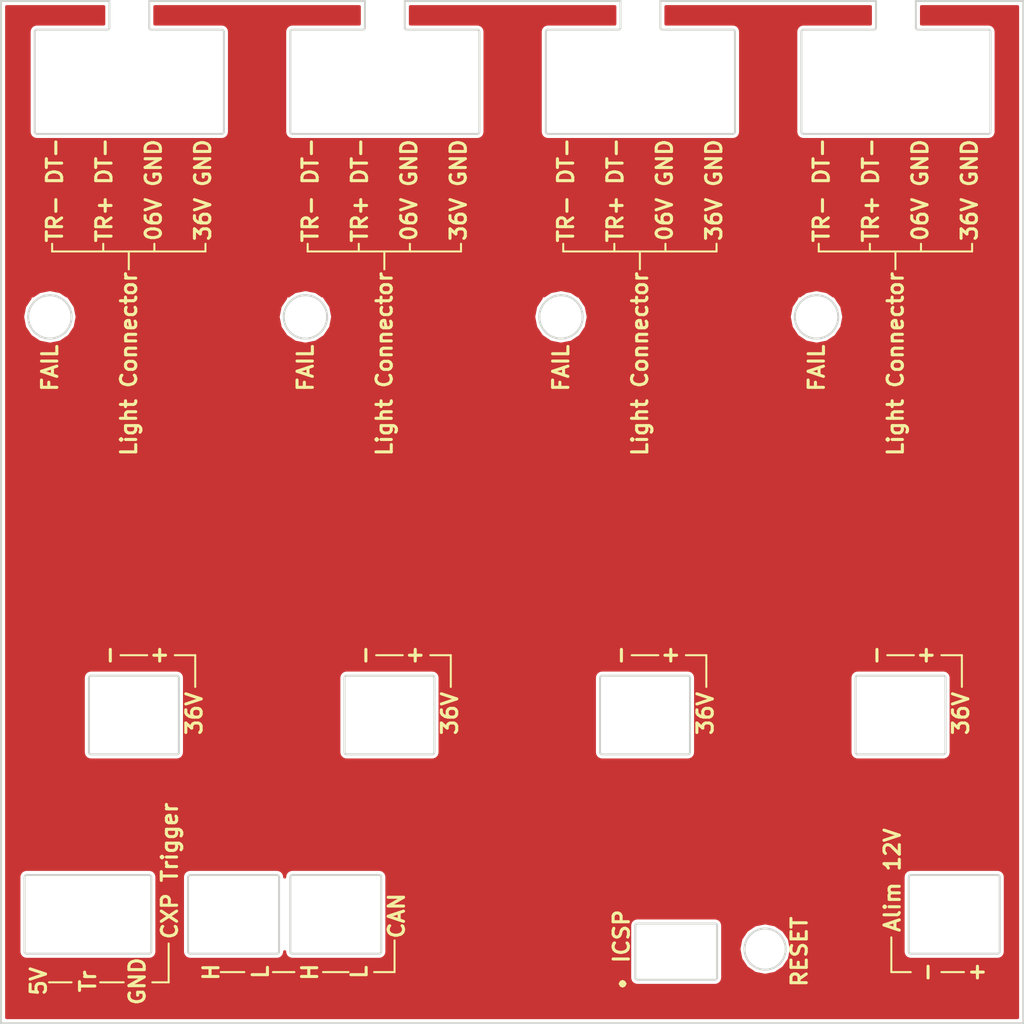
<source format=kicad_pcb>
(kicad_pcb (version 4) (host pcbnew 4.0.7+dfsg1-1~bpo9+1)

  (general
    (links 0)
    (no_connects 0)
    (area 99.899999 49.899999 200.100001 150.100001)
    (thickness 1.6)
    (drawings 295)
    (tracks 0)
    (zones 0)
    (modules 0)
    (nets 1)
  )

  (page A4)
  (layers
    (0 F.Cu signal)
    (31 B.Cu signal)
    (32 B.Adhes user)
    (33 F.Adhes user)
    (34 B.Paste user)
    (35 F.Paste user)
    (36 B.SilkS user)
    (37 F.SilkS user)
    (38 B.Mask user)
    (39 F.Mask user)
    (40 Dwgs.User user)
    (41 Cmts.User user)
    (42 Eco1.User user)
    (43 Eco2.User user)
    (44 Edge.Cuts user)
    (45 Margin user)
    (46 B.CrtYd user)
    (47 F.CrtYd user)
    (48 B.Fab user)
    (49 F.Fab user)
  )

  (setup
    (last_trace_width 0.3)
    (user_trace_width 0.3)
    (user_trace_width 0.5)
    (user_trace_width 0.7)
    (user_trace_width 1)
    (user_trace_width 1.5)
    (user_trace_width 2)
    (trace_clearance 0.19)
    (zone_clearance 0.2)
    (zone_45_only yes)
    (trace_min 0.3)
    (segment_width 0.2)
    (edge_width 0.2)
    (via_size 0.7)
    (via_drill 0.4)
    (via_min_size 0.7)
    (via_min_drill 0.4)
    (user_via 0.7 0.4)
    (user_via 1.1 0.7)
    (uvia_size 0.3)
    (uvia_drill 0.1)
    (uvias_allowed no)
    (uvia_min_size 0.2)
    (uvia_min_drill 0.1)
    (pcb_text_width 0.3)
    (pcb_text_size 1.5 1.5)
    (mod_edge_width 0.15)
    (mod_text_size 1 1)
    (mod_text_width 0.15)
    (pad_size 1.524 1.524)
    (pad_drill 0.762)
    (pad_to_mask_clearance 0.08)
    (aux_axis_origin 100 150)
    (grid_origin 100 150)
    (visible_elements FFFFFF7F)
    (pcbplotparams
      (layerselection 0x010a8_00000001)
      (usegerberextensions true)
      (excludeedgelayer true)
      (linewidth 0.100000)
      (plotframeref false)
      (viasonmask false)
      (mode 1)
      (useauxorigin false)
      (hpglpennumber 1)
      (hpglpenspeed 20)
      (hpglpendiameter 15)
      (hpglpenoverlay 2)
      (psnegative false)
      (psa4output false)
      (plotreference true)
      (plotvalue true)
      (plotinvisibletext false)
      (padsonsilk false)
      (subtractmaskfromsilk false)
      (outputformat 1)
      (mirror false)
      (drillshape 0)
      (scaleselection 1)
      (outputdirectory output_front_panel/))
  )

  (net 0 "")

  (net_class Default "This is the default net class."
    (clearance 0.19)
    (trace_width 0.3)
    (via_dia 0.7)
    (via_drill 0.4)
    (uvia_dia 0.3)
    (uvia_drill 0.1)
  )

  (net_class HighPower ""
    (clearance 0.19)
    (trace_width 2)
    (via_dia 1.1)
    (via_drill 0.7)
    (uvia_dia 0.3)
    (uvia_drill 0.1)
  )

  (net_class LowPower ""
    (clearance 0.19)
    (trace_width 0.7)
    (via_dia 1.1)
    (via_drill 0.7)
    (uvia_dia 0.3)
    (uvia_drill 0.1)
  )

  (net_class MidPower ""
    (clearance 0.19)
    (trace_width 1)
    (via_dia 1.1)
    (via_drill 0.7)
    (uvia_dia 0.3)
    (uvia_drill 0.1)
  )

  (gr_line (start 189.5 50) (end 200 50) (layer Edge.Cuts) (width 0.2))
  (gr_line (start 164.5 50) (end 185.6 50) (layer Edge.Cuts) (width 0.2))
  (gr_line (start 139.5 50) (end 160.6 50) (layer Edge.Cuts) (width 0.2))
  (gr_line (start 114.5 50) (end 135.6 50) (layer Edge.Cuts) (width 0.2))
  (gr_line (start 100 50) (end 110.6 50) (layer Edge.Cuts) (width 0.2))
  (gr_text FAIL (at 179.78 85.9 90) (layer F.SilkS) (tstamp 5ACB8728)
    (effects (font (size 1.5 1.5) (thickness 0.3)))
  )
  (gr_text FAIL (at 154.78 85.9 90) (layer F.SilkS) (tstamp 5ACB8727)
    (effects (font (size 1.5 1.5) (thickness 0.3)))
  )
  (gr_text FAIL (at 129.78 85.9 90) (layer F.SilkS) (tstamp 5ACB8726)
    (effects (font (size 1.5 1.5) (thickness 0.3)))
  )
  (gr_circle (center 179.78 80.9) (end 178.51 82.6) (layer Edge.Cuts) (width 0.2) (tstamp 5ACB8725))
  (gr_circle (center 154.78 80.9) (end 153.51 82.6) (layer Edge.Cuts) (width 0.2) (tstamp 5ACB8724))
  (gr_circle (center 129.78 80.9) (end 128.51 82.6) (layer Edge.Cuts) (width 0.2) (tstamp 5ACB8723))
  (gr_line (start 178.3 53) (end 178.3 62.8) (layer Edge.Cuts) (width 0.2) (tstamp 5ACB8722))
  (gr_line (start 153.3 53) (end 153.3 62.8) (layer Edge.Cuts) (width 0.2) (tstamp 5ACB8721))
  (gr_line (start 128.3 53) (end 128.3 62.8) (layer Edge.Cuts) (width 0.2) (tstamp 5ACB8720))
  (gr_line (start 196.6 52.8) (end 189.7 52.8) (layer Edge.Cuts) (width 0.2) (tstamp 5ACB871F))
  (gr_line (start 171.6 52.8) (end 164.7 52.8) (layer Edge.Cuts) (width 0.2) (tstamp 5ACB871E))
  (gr_line (start 146.6 52.8) (end 139.7 52.8) (layer Edge.Cuts) (width 0.2) (tstamp 5ACB871D))
  (gr_arc (start 189.7 52.6) (end 189.7 52.8) (angle 90) (layer Edge.Cuts) (width 0.2) (tstamp 5ACB871C))
  (gr_arc (start 164.7 52.6) (end 164.7 52.8) (angle 90) (layer Edge.Cuts) (width 0.2) (tstamp 5ACB871B))
  (gr_arc (start 139.7 52.6) (end 139.7 52.8) (angle 90) (layer Edge.Cuts) (width 0.2) (tstamp 5ACB871A))
  (gr_arc (start 196.6 62.8) (end 196.8 62.8) (angle 90) (layer Edge.Cuts) (width 0.2) (tstamp 5ACB8719))
  (gr_arc (start 171.6 62.8) (end 171.8 62.8) (angle 90) (layer Edge.Cuts) (width 0.2) (tstamp 5ACB8718))
  (gr_arc (start 146.6 62.8) (end 146.8 62.8) (angle 90) (layer Edge.Cuts) (width 0.2) (tstamp 5ACB8717))
  (gr_line (start 178.5 63) (end 196.6 63) (layer Edge.Cuts) (width 0.2) (tstamp 5ACB8716))
  (gr_line (start 153.5 63) (end 171.6 63) (layer Edge.Cuts) (width 0.2) (tstamp 5ACB8715))
  (gr_line (start 128.5 63) (end 146.6 63) (layer Edge.Cuts) (width 0.2) (tstamp 5ACB8714))
  (gr_arc (start 196.6 53) (end 196.6 52.8) (angle 90) (layer Edge.Cuts) (width 0.2) (tstamp 5ACB8713))
  (gr_arc (start 171.6 53) (end 171.6 52.8) (angle 90) (layer Edge.Cuts) (width 0.2) (tstamp 5ACB8712))
  (gr_arc (start 146.6 53) (end 146.6 52.8) (angle 90) (layer Edge.Cuts) (width 0.2) (tstamp 5ACB8711))
  (gr_line (start 196.8 62.8) (end 196.8 53) (layer Edge.Cuts) (width 0.2) (tstamp 5ACB8710))
  (gr_line (start 171.8 62.8) (end 171.8 53) (layer Edge.Cuts) (width 0.2) (tstamp 5ACB870F))
  (gr_line (start 146.8 62.8) (end 146.8 53) (layer Edge.Cuts) (width 0.2) (tstamp 5ACB870E))
  (gr_line (start 185.6 50) (end 185.6 52.6) (layer Edge.Cuts) (width 0.2) (tstamp 5ACB870D))
  (gr_line (start 160.6 50) (end 160.6 52.6) (layer Edge.Cuts) (width 0.2) (tstamp 5ACB870C))
  (gr_line (start 135.6 50) (end 135.6 52.6) (layer Edge.Cuts) (width 0.2) (tstamp 5ACB870B))
  (gr_arc (start 185.4 52.6) (end 185.6 52.6) (angle 90) (layer Edge.Cuts) (width 0.2) (tstamp 5ACB870A))
  (gr_arc (start 160.4 52.6) (end 160.6 52.6) (angle 90) (layer Edge.Cuts) (width 0.2) (tstamp 5ACB8709))
  (gr_arc (start 135.4 52.6) (end 135.6 52.6) (angle 90) (layer Edge.Cuts) (width 0.2) (tstamp 5ACB8708))
  (gr_line (start 185.4 52.8) (end 178.5 52.8) (layer Edge.Cuts) (width 0.2) (tstamp 5ACB8707))
  (gr_line (start 160.4 52.8) (end 153.5 52.8) (layer Edge.Cuts) (width 0.2) (tstamp 5ACB8706))
  (gr_line (start 135.4 52.8) (end 128.5 52.8) (layer Edge.Cuts) (width 0.2) (tstamp 5ACB8705))
  (gr_arc (start 178.5 62.8) (end 178.5 63) (angle 90) (layer Edge.Cuts) (width 0.2) (tstamp 5ACB8704))
  (gr_arc (start 153.5 62.8) (end 153.5 63) (angle 90) (layer Edge.Cuts) (width 0.2) (tstamp 5ACB8703))
  (gr_arc (start 128.5 62.8) (end 128.5 63) (angle 90) (layer Edge.Cuts) (width 0.2) (tstamp 5ACB8702))
  (gr_line (start 189.5 52.6) (end 189.5 50) (layer Edge.Cuts) (width 0.2) (tstamp 5ACB8701))
  (gr_line (start 164.5 52.6) (end 164.5 50) (layer Edge.Cuts) (width 0.2) (tstamp 5ACB8700))
  (gr_line (start 139.5 52.6) (end 139.5 50) (layer Edge.Cuts) (width 0.2) (tstamp 5ACB86FF))
  (gr_arc (start 178.5 53) (end 178.3 53) (angle 90) (layer Edge.Cuts) (width 0.2) (tstamp 5ACB86FE))
  (gr_arc (start 153.5 53) (end 153.3 53) (angle 90) (layer Edge.Cuts) (width 0.2) (tstamp 5ACB86FD))
  (gr_arc (start 128.5 53) (end 128.3 53) (angle 90) (layer Edge.Cuts) (width 0.2) (tstamp 5ACB86FC))
  (gr_line (start 178.5 53) (end 185.8 53) (layer Cmts.User) (width 0.2) (tstamp 5ACB86FB))
  (gr_line (start 153.5 53) (end 160.8 53) (layer Cmts.User) (width 0.2) (tstamp 5ACB86FA))
  (gr_line (start 128.5 53) (end 135.8 53) (layer Cmts.User) (width 0.2) (tstamp 5ACB86F9))
  (gr_line (start 196.6 53) (end 196.6 62.8) (layer Cmts.User) (width 0.2) (tstamp 5ACB86F8))
  (gr_line (start 171.6 53) (end 171.6 62.8) (layer Cmts.User) (width 0.2) (tstamp 5ACB86F7))
  (gr_line (start 146.6 53) (end 146.6 62.8) (layer Cmts.User) (width 0.2) (tstamp 5ACB86F6))
  (gr_line (start 189.3 53) (end 196.6 53) (layer Cmts.User) (width 0.2) (tstamp 5ACB86F5))
  (gr_line (start 164.3 53) (end 171.6 53) (layer Cmts.User) (width 0.2) (tstamp 5ACB86F4))
  (gr_line (start 139.3 53) (end 146.6 53) (layer Cmts.User) (width 0.2) (tstamp 5ACB86F3))
  (gr_line (start 178.5 62.8) (end 178.5 53) (layer Cmts.User) (width 0.2) (tstamp 5ACB86F2))
  (gr_line (start 153.5 62.8) (end 153.5 53) (layer Cmts.User) (width 0.2) (tstamp 5ACB86F1))
  (gr_line (start 128.5 62.8) (end 128.5 53) (layer Cmts.User) (width 0.2) (tstamp 5ACB86F0))
  (gr_line (start 185.8 53) (end 185.8 51.6) (layer Cmts.User) (width 0.2) (tstamp 5ACB86EF))
  (gr_line (start 160.8 53) (end 160.8 51.6) (layer Cmts.User) (width 0.2) (tstamp 5ACB86EE))
  (gr_line (start 135.8 53) (end 135.8 51.6) (layer Cmts.User) (width 0.2) (tstamp 5ACB86ED))
  (gr_line (start 196.6 62.8) (end 178.5 62.8) (layer Cmts.User) (width 0.2) (tstamp 5ACB86EC))
  (gr_line (start 171.6 62.8) (end 153.5 62.8) (layer Cmts.User) (width 0.2) (tstamp 5ACB86EB))
  (gr_line (start 146.6 62.8) (end 128.5 62.8) (layer Cmts.User) (width 0.2) (tstamp 5ACB86EA))
  (gr_line (start 185.8 51.6) (end 189.3 51.6) (layer Cmts.User) (width 0.2) (tstamp 5ACB86E9))
  (gr_line (start 160.8 51.6) (end 164.3 51.6) (layer Cmts.User) (width 0.2) (tstamp 5ACB86E8))
  (gr_line (start 135.8 51.6) (end 139.3 51.6) (layer Cmts.User) (width 0.2) (tstamp 5ACB86E7))
  (gr_line (start 189.3 51.6) (end 189.3 53) (layer Cmts.User) (width 0.2) (tstamp 5ACB86E6))
  (gr_line (start 164.3 51.6) (end 164.3 53) (layer Cmts.User) (width 0.2) (tstamp 5ACB86E5))
  (gr_line (start 139.3 51.6) (end 139.3 53) (layer Cmts.User) (width 0.2) (tstamp 5ACB86E4))
  (gr_text "Light Connector" (at 187.5 85.5 90) (layer F.SilkS) (tstamp 5ACB82A5)
    (effects (font (size 1.5 1.5) (thickness 0.3)))
  )
  (gr_text "Light Connector" (at 162.5 85.5 90) (layer F.SilkS) (tstamp 5ACB82A4)
    (effects (font (size 1.5 1.5) (thickness 0.3)))
  )
  (gr_text "Light Connector" (at 137.5 85.5 90) (layer F.SilkS) (tstamp 5ACB82A3)
    (effects (font (size 1.5 1.5) (thickness 0.3)))
  )
  (gr_line (start 187.5 74.5) (end 187.5 76.25) (layer F.SilkS) (width 0.2) (tstamp 5ACB82A2))
  (gr_line (start 162.5 74.5) (end 162.5 76.25) (layer F.SilkS) (width 0.2) (tstamp 5ACB82A1))
  (gr_line (start 137.5 74.5) (end 137.5 76.25) (layer F.SilkS) (width 0.2) (tstamp 5ACB82A0))
  (gr_line (start 195 74.5) (end 195 73.75) (layer F.SilkS) (width 0.2) (tstamp 5ACB829C))
  (gr_line (start 170 74.5) (end 170 73.75) (layer F.SilkS) (width 0.2) (tstamp 5ACB829B))
  (gr_line (start 145 74.5) (end 145 73.75) (layer F.SilkS) (width 0.2) (tstamp 5ACB829A))
  (gr_line (start 190 74.5) (end 190 73.75) (layer F.SilkS) (width 0.2) (tstamp 5ACB8299))
  (gr_line (start 165 74.5) (end 165 73.75) (layer F.SilkS) (width 0.2) (tstamp 5ACB8298))
  (gr_line (start 140 74.5) (end 140 73.75) (layer F.SilkS) (width 0.2) (tstamp 5ACB8297))
  (gr_line (start 190 74.5) (end 195 74.5) (layer F.SilkS) (width 0.2) (tstamp 5ACB8296))
  (gr_line (start 165 74.5) (end 170 74.5) (layer F.SilkS) (width 0.2) (tstamp 5ACB8295))
  (gr_line (start 140 74.5) (end 145 74.5) (layer F.SilkS) (width 0.2) (tstamp 5ACB8294))
  (gr_line (start 180 73.75) (end 180 74.5) (layer F.SilkS) (width 0.2) (tstamp 5ACB8293))
  (gr_line (start 155 73.75) (end 155 74.5) (layer F.SilkS) (width 0.2) (tstamp 5ACB8292))
  (gr_line (start 130 73.75) (end 130 74.5) (layer F.SilkS) (width 0.2) (tstamp 5ACB8291))
  (gr_line (start 180 74.5) (end 185 74.5) (layer F.SilkS) (width 0.2) (tstamp 5ACB8290))
  (gr_line (start 155 74.5) (end 160 74.5) (layer F.SilkS) (width 0.2) (tstamp 5ACB828F))
  (gr_line (start 130 74.5) (end 135 74.5) (layer F.SilkS) (width 0.2) (tstamp 5ACB828E))
  (gr_text "TR- DT-\n\nTR+ DT-\n\n06V GND\n\n36V GND" (at 187.5 68.5 90) (layer F.SilkS) (tstamp 5ACB828D)
    (effects (font (size 1.5 1.5) (thickness 0.3)))
  )
  (gr_text "TR- DT-\n\nTR+ DT-\n\n06V GND\n\n36V GND" (at 162.5 68.5 90) (layer F.SilkS) (tstamp 5ACB828C)
    (effects (font (size 1.5 1.5) (thickness 0.3)))
  )
  (gr_text "TR- DT-\n\nTR+ DT-\n\n06V GND\n\n36V GND" (at 137.5 68.5 90) (layer F.SilkS) (tstamp 5ACB828B)
    (effects (font (size 1.5 1.5) (thickness 0.3)))
  )
  (gr_line (start 185 74.5) (end 185 73.75) (layer F.SilkS) (width 0.2) (tstamp 5ACB828A))
  (gr_line (start 160 74.5) (end 160 73.75) (layer F.SilkS) (width 0.2) (tstamp 5ACB8289))
  (gr_line (start 135 74.5) (end 135 73.75) (layer F.SilkS) (width 0.2) (tstamp 5ACB8288))
  (gr_line (start 185 74.5) (end 190 74.5) (layer F.SilkS) (width 0.2) (tstamp 5ACB8287))
  (gr_line (start 160 74.5) (end 165 74.5) (layer F.SilkS) (width 0.2) (tstamp 5ACB8286))
  (gr_line (start 135 74.5) (end 140 74.5) (layer F.SilkS) (width 0.2) (tstamp 5ACB8285))
  (gr_line (start 186.7 114) (end 189.3 114) (layer F.SilkS) (width 0.2) (tstamp 5ACB8284))
  (gr_line (start 161.7 114) (end 164.3 114) (layer F.SilkS) (width 0.2) (tstamp 5ACB8283))
  (gr_line (start 136.7 114) (end 139.3 114) (layer F.SilkS) (width 0.2) (tstamp 5ACB8282))
  (gr_line (start 194 114) (end 194 117.1) (layer F.SilkS) (width 0.2) (tstamp 5ACB8281))
  (gr_line (start 169 114) (end 169 117.1) (layer F.SilkS) (width 0.2) (tstamp 5ACB8280))
  (gr_line (start 144 114) (end 144 117.1) (layer F.SilkS) (width 0.2) (tstamp 5ACB827F))
  (gr_text 36V (at 193.9 119.7 90) (layer F.SilkS) (tstamp 5ACB827E)
    (effects (font (size 1.5 1.5) (thickness 0.3)))
  )
  (gr_text 36V (at 168.9 119.7 90) (layer F.SilkS) (tstamp 5ACB827D)
    (effects (font (size 1.5 1.5) (thickness 0.3)))
  )
  (gr_text 36V (at 143.9 119.7 90) (layer F.SilkS) (tstamp 5ACB827C)
    (effects (font (size 1.5 1.5) (thickness 0.3)))
  )
  (gr_line (start 192 114) (end 194 114) (layer F.SilkS) (width 0.2) (tstamp 5ACB827B))
  (gr_line (start 167 114) (end 169 114) (layer F.SilkS) (width 0.2) (tstamp 5ACB827A))
  (gr_line (start 142 114) (end 144 114) (layer F.SilkS) (width 0.2) (tstamp 5ACB8279))
  (gr_text "-\n\n+" (at 188 114 90) (layer F.SilkS) (tstamp 5ACB8278)
    (effects (font (size 1.5 1.5) (thickness 0.3)))
  )
  (gr_text "-\n\n+" (at 163 114 90) (layer F.SilkS) (tstamp 5ACB8277)
    (effects (font (size 1.5 1.5) (thickness 0.3)))
  )
  (gr_text "-\n\n+" (at 138 114 90) (layer F.SilkS) (tstamp 5ACB8276)
    (effects (font (size 1.5 1.5) (thickness 0.3)))
  )
  (gr_line (start 112.5 74.5) (end 112.5 76.25) (layer F.SilkS) (width 0.2))
  (gr_line (start 120 74.5) (end 120 73.75) (layer F.SilkS) (width 0.2))
  (gr_line (start 115 74.5) (end 120 74.5) (layer F.SilkS) (width 0.2))
  (gr_line (start 115 74.5) (end 115 73.75) (layer F.SilkS) (width 0.2))
  (gr_line (start 110 74.5) (end 115 74.5) (layer F.SilkS) (width 0.2))
  (gr_line (start 110 74.5) (end 110 73.75) (layer F.SilkS) (width 0.2))
  (gr_line (start 105 74.5) (end 110 74.5) (layer F.SilkS) (width 0.2))
  (gr_line (start 105 73.75) (end 105 74.5) (layer F.SilkS) (width 0.2))
  (gr_text "TR- DT-\n\nTR+ DT-\n\n06V GND\n\n36V GND" (at 112.5 68.5 90) (layer F.SilkS)
    (effects (font (size 1.5 1.5) (thickness 0.3)))
  )
  (gr_text "Light Connector" (at 112.5 85.5 90) (layer F.SilkS)
    (effects (font (size 1.5 1.5) (thickness 0.3)))
  )
  (gr_text FAIL (at 104.78 85.9 90) (layer F.SilkS)
    (effects (font (size 1.5 1.5) (thickness 0.3)))
  )
  (gr_line (start 119 114) (end 119 117.1) (layer F.SilkS) (width 0.2))
  (gr_line (start 117 114) (end 119 114) (layer F.SilkS) (width 0.2))
  (gr_line (start 111.7 114) (end 114.3 114) (layer F.SilkS) (width 0.2))
  (gr_text "-\n\n+" (at 113 114 90) (layer F.SilkS)
    (effects (font (size 1.5 1.5) (thickness 0.3)))
  )
  (gr_text 36V (at 118.9 119.7 90) (layer F.SilkS)
    (effects (font (size 1.5 1.5) (thickness 0.3)))
  )
  (gr_line (start 192 145) (end 194.2 145) (layer F.SilkS) (width 0.2))
  (gr_line (start 187.1 145) (end 189 145) (layer F.SilkS) (width 0.2))
  (gr_line (start 187.1 141.6) (end 187.1 145) (layer F.SilkS) (width 0.2))
  (gr_line (start 106.9 146) (end 104.7 146) (layer F.SilkS) (width 0.2))
  (gr_line (start 112 146) (end 109.7 146) (layer F.SilkS) (width 0.2))
  (gr_line (start 116.4 146) (end 114.8 146) (layer F.SilkS) (width 0.2))
  (gr_line (start 116.4 142.2) (end 116.4 146) (layer F.SilkS) (width 0.2))
  (gr_text "5V\n\nTr\n\nGND" (at 108.5 145.9 90) (layer F.SilkS)
    (effects (font (size 1.5 1.5) (thickness 0.3)))
  )
  (gr_line (start 138.5 145) (end 138.5 141.9) (layer F.SilkS) (width 0.2))
  (gr_line (start 136.5 145) (end 138.5 145) (layer F.SilkS) (width 0.2))
  (gr_line (start 131.5 145) (end 134 145) (layer F.SilkS) (width 0.2))
  (gr_line (start 126.6 145) (end 128.7 145) (layer F.SilkS) (width 0.2))
  (gr_line (start 121.5 145) (end 123.8 145) (layer F.SilkS) (width 0.2))
  (gr_text "H\n\nL\n\nH\n\nL" (at 127.8 145 90) (layer F.SilkS)
    (effects (font (size 1.5 1.5) (thickness 0.3)))
  )
  (gr_text "CXP Trigger" (at 116.5 135.1 90) (layer F.SilkS)
    (effects (font (size 1.5 1.5) (thickness 0.3)))
  )
  (gr_text CAN (at 138.7 139.5 90) (layer F.SilkS)
    (effects (font (size 1.5 1.5) (thickness 0.3)))
  )
  (gr_text "-\n\n+" (at 193 145 90) (layer F.SilkS)
    (effects (font (size 1.5 1.5) (thickness 0.3)))
  )
  (gr_text "Alim 12V" (at 187.2 136 90) (layer F.SilkS)
    (effects (font (size 1.5 1.5) (thickness 0.3)))
  )
  (gr_text RESET (at 178.1 143 90) (layer F.SilkS)
    (effects (font (size 1.5 1.5) (thickness 0.3)))
  )
  (gr_text "• ICSP" (at 160.7 143 90) (layer F.SilkS)
    (effects (font (size 1.5 1.5) (thickness 0.3)))
  )
  (gr_line (start 192.2 123.5) (end 183.8 123.5) (layer Cmts.User) (width 0.2) (tstamp 5ACB9D78))
  (gr_line (start 167.2 123.5) (end 158.8 123.5) (layer Cmts.User) (width 0.2) (tstamp 5ACB9D77))
  (gr_line (start 142.2 123.5) (end 133.8 123.5) (layer Cmts.User) (width 0.2) (tstamp 5ACB9D76))
  (gr_line (start 192.2 116.2) (end 192.2 123.5) (layer Cmts.User) (width 0.2) (tstamp 5ACB9D75))
  (gr_line (start 167.2 116.2) (end 167.2 123.5) (layer Cmts.User) (width 0.2) (tstamp 5ACB9D74))
  (gr_line (start 142.2 116.2) (end 142.2 123.5) (layer Cmts.User) (width 0.2) (tstamp 5ACB9D73))
  (gr_line (start 183.8 116.2) (end 192.2 116.2) (layer Cmts.User) (width 0.2) (tstamp 5ACB9D72))
  (gr_line (start 158.8 116.2) (end 167.2 116.2) (layer Cmts.User) (width 0.2) (tstamp 5ACB9D71))
  (gr_line (start 133.8 116.2) (end 142.2 116.2) (layer Cmts.User) (width 0.2) (tstamp 5ACB9D70))
  (gr_line (start 183.8 123.5) (end 183.8 116.2) (layer Cmts.User) (width 0.2) (tstamp 5ACB9D6F))
  (gr_line (start 158.8 123.5) (end 158.8 116.2) (layer Cmts.User) (width 0.2) (tstamp 5ACB9D6E))
  (gr_line (start 133.8 123.5) (end 133.8 116.2) (layer Cmts.User) (width 0.2) (tstamp 5ACB9D6D))
  (gr_line (start 192.2 116) (end 183.8 116) (layer Edge.Cuts) (width 0.2) (tstamp 5ACB9D6C))
  (gr_line (start 167.2 116) (end 158.8 116) (layer Edge.Cuts) (width 0.2) (tstamp 5ACB9D6B))
  (gr_line (start 142.2 116) (end 133.8 116) (layer Edge.Cuts) (width 0.2) (tstamp 5ACB9D6A))
  (gr_line (start 192.4 123.5) (end 192.4 116.2) (layer Edge.Cuts) (width 0.2) (tstamp 5ACB9D69))
  (gr_line (start 167.4 123.5) (end 167.4 116.2) (layer Edge.Cuts) (width 0.2) (tstamp 5ACB9D68))
  (gr_line (start 142.4 123.5) (end 142.4 116.2) (layer Edge.Cuts) (width 0.2) (tstamp 5ACB9D67))
  (gr_line (start 183.8 123.7) (end 192.2 123.7) (layer Edge.Cuts) (width 0.2) (tstamp 5ACB9D66))
  (gr_line (start 158.8 123.7) (end 167.2 123.7) (layer Edge.Cuts) (width 0.2) (tstamp 5ACB9D65))
  (gr_line (start 133.8 123.7) (end 142.2 123.7) (layer Edge.Cuts) (width 0.2) (tstamp 5ACB9D64))
  (gr_line (start 183.6 116.2) (end 183.6 123.5) (layer Edge.Cuts) (width 0.2) (tstamp 5ACB9D63))
  (gr_line (start 158.6 116.2) (end 158.6 123.5) (layer Edge.Cuts) (width 0.2) (tstamp 5ACB9D62))
  (gr_line (start 133.6 116.2) (end 133.6 123.5) (layer Edge.Cuts) (width 0.2) (tstamp 5ACB9D61))
  (gr_arc (start 192.2 116.2) (end 192.2 116) (angle 90) (layer Edge.Cuts) (width 0.2) (tstamp 5ACB9D60))
  (gr_arc (start 167.2 116.2) (end 167.2 116) (angle 90) (layer Edge.Cuts) (width 0.2) (tstamp 5ACB9D5F))
  (gr_arc (start 142.2 116.2) (end 142.2 116) (angle 90) (layer Edge.Cuts) (width 0.2) (tstamp 5ACB9D5E))
  (gr_arc (start 192.2 123.5) (end 192.4 123.5) (angle 90) (layer Edge.Cuts) (width 0.2) (tstamp 5ACB9D5D))
  (gr_arc (start 167.2 123.5) (end 167.4 123.5) (angle 90) (layer Edge.Cuts) (width 0.2) (tstamp 5ACB9D5C))
  (gr_arc (start 142.2 123.5) (end 142.4 123.5) (angle 90) (layer Edge.Cuts) (width 0.2) (tstamp 5ACB9D5B))
  (gr_arc (start 183.8 116.2) (end 183.6 116.2) (angle 90) (layer Edge.Cuts) (width 0.2) (tstamp 5ACB9D5A))
  (gr_arc (start 158.8 116.2) (end 158.6 116.2) (angle 90) (layer Edge.Cuts) (width 0.2) (tstamp 5ACB9D59))
  (gr_arc (start 133.8 116.2) (end 133.6 116.2) (angle 90) (layer Edge.Cuts) (width 0.2) (tstamp 5ACB9D58))
  (gr_arc (start 183.8 123.5) (end 183.8 123.7) (angle 90) (layer Edge.Cuts) (width 0.2) (tstamp 5ACB9D57))
  (gr_arc (start 158.8 123.5) (end 158.8 123.7) (angle 90) (layer Edge.Cuts) (width 0.2) (tstamp 5ACB9D56))
  (gr_arc (start 133.8 123.5) (end 133.8 123.7) (angle 90) (layer Edge.Cuts) (width 0.2) (tstamp 5ACB9D55))
  (gr_line (start 117.2 116) (end 108.8 116) (layer Edge.Cuts) (width 0.2))
  (gr_line (start 117.4 123.5) (end 117.4 116.2) (layer Edge.Cuts) (width 0.2))
  (gr_line (start 108.8 123.7) (end 117.2 123.7) (layer Edge.Cuts) (width 0.2))
  (gr_line (start 108.6 116.2) (end 108.6 123.5) (layer Edge.Cuts) (width 0.2))
  (gr_line (start 197.5 135.5) (end 189 135.5) (layer Edge.Cuts) (width 0.2))
  (gr_line (start 197.7 143) (end 197.7 135.7) (layer Edge.Cuts) (width 0.2))
  (gr_line (start 189 143.2) (end 197.5 143.2) (layer Edge.Cuts) (width 0.2))
  (gr_line (start 188.8 135.7) (end 188.8 143) (layer Edge.Cuts) (width 0.2))
  (gr_line (start 137 135.5) (end 128.5 135.5) (layer Edge.Cuts) (width 0.2))
  (gr_line (start 137.2 143) (end 137.2 135.7) (layer Edge.Cuts) (width 0.2))
  (gr_line (start 128.5 143.2) (end 137 143.2) (layer Edge.Cuts) (width 0.2))
  (gr_line (start 128.3 135.7) (end 128.3 143) (layer Edge.Cuts) (width 0.2))
  (gr_line (start 118.3 143) (end 118.3 135.7) (layer Edge.Cuts) (width 0.2))
  (gr_line (start 127 143.2) (end 118.5 143.2) (layer Edge.Cuts) (width 0.2))
  (gr_line (start 127.2 135.7) (end 127.2 143) (layer Edge.Cuts) (width 0.2))
  (gr_line (start 118.5 135.5) (end 127 135.5) (layer Edge.Cuts) (width 0.2))
  (gr_line (start 102.3 143) (end 102.3 135.7) (layer Edge.Cuts) (width 0.2))
  (gr_line (start 114.5 143.2) (end 102.5 143.2) (layer Edge.Cuts) (width 0.2))
  (gr_line (start 114.7 135.7) (end 114.7 143) (layer Edge.Cuts) (width 0.2))
  (gr_line (start 102.5 135.5) (end 114.5 135.5) (layer Edge.Cuts) (width 0.2))
  (gr_line (start 169.85 145.75) (end 162.25 145.75) (layer Edge.Cuts) (width 0.2))
  (gr_line (start 170.05 140.45) (end 170.05 145.55) (layer Edge.Cuts) (width 0.2))
  (gr_line (start 162.25 140.25) (end 169.85 140.25) (layer Edge.Cuts) (width 0.2))
  (gr_line (start 162.05 145.55) (end 162.05 140.45) (layer Edge.Cuts) (width 0.2))
  (gr_arc (start 162.25 145.55) (end 162.25 145.75) (angle 90) (layer Edge.Cuts) (width 0.2))
  (gr_arc (start 169.85 145.55) (end 170.05 145.55) (angle 90) (layer Edge.Cuts) (width 0.2))
  (gr_arc (start 169.85 140.45) (end 169.85 140.25) (angle 90) (layer Edge.Cuts) (width 0.2))
  (gr_arc (start 162.25 140.45) (end 162.05 140.45) (angle 90) (layer Edge.Cuts) (width 0.2))
  (gr_line (start 162.25 145.55) (end 162.25 140.45) (layer Cmts.User) (width 0.2))
  (gr_line (start 169.85 145.55) (end 162.25 145.55) (layer Cmts.User) (width 0.2))
  (gr_line (start 169.85 140.45) (end 169.85 145.55) (layer Cmts.User) (width 0.2))
  (gr_line (start 162.25 140.45) (end 169.85 140.45) (layer Cmts.User) (width 0.2))
  (gr_line (start 163.5 144.3) (end 163.5 141.7) (layer Cmts.User) (width 0.2))
  (gr_line (start 168.6 144.3) (end 163.5 144.3) (layer Cmts.User) (width 0.2))
  (gr_line (start 168.6 141.7) (end 168.6 144.3) (layer Cmts.User) (width 0.2))
  (gr_line (start 163.5 141.7) (end 168.6 141.7) (layer Cmts.User) (width 0.2))
  (gr_arc (start 189 143) (end 189 143.2) (angle 90) (layer Edge.Cuts) (width 0.2))
  (gr_arc (start 197.5 143) (end 197.7 143) (angle 90) (layer Edge.Cuts) (width 0.2))
  (gr_arc (start 197.5 135.7) (end 197.5 135.5) (angle 90) (layer Edge.Cuts) (width 0.2))
  (gr_arc (start 189 135.7) (end 188.8 135.7) (angle 90) (layer Edge.Cuts) (width 0.2))
  (gr_arc (start 137 143) (end 137.2 143) (angle 90) (layer Edge.Cuts) (width 0.2))
  (gr_arc (start 137 135.7) (end 137 135.5) (angle 90) (layer Edge.Cuts) (width 0.2))
  (gr_arc (start 128.5 143) (end 128.5 143.2) (angle 90) (layer Edge.Cuts) (width 0.2))
  (gr_arc (start 127 143) (end 127.2 143) (angle 90) (layer Edge.Cuts) (width 0.2))
  (gr_arc (start 102.5 143) (end 102.5 143.2) (angle 90) (layer Edge.Cuts) (width 0.2))
  (gr_arc (start 114.5 143) (end 114.7 143) (angle 90) (layer Edge.Cuts) (width 0.2))
  (gr_arc (start 118.5 143) (end 118.5 143.2) (angle 90) (layer Edge.Cuts) (width 0.2))
  (gr_arc (start 128.5 135.7) (end 128.3 135.7) (angle 90) (layer Edge.Cuts) (width 0.2))
  (gr_arc (start 127 135.7) (end 127 135.5) (angle 90) (layer Edge.Cuts) (width 0.2))
  (gr_arc (start 118.5 135.7) (end 118.3 135.7) (angle 90) (layer Edge.Cuts) (width 0.2))
  (gr_arc (start 114.5 135.7) (end 114.5 135.5) (angle 90) (layer Edge.Cuts) (width 0.2))
  (gr_arc (start 102.5 135.7) (end 102.3 135.7) (angle 90) (layer Edge.Cuts) (width 0.2))
  (gr_arc (start 108.8 123.5) (end 108.8 123.7) (angle 90) (layer Edge.Cuts) (width 0.2))
  (gr_arc (start 117.2 123.5) (end 117.4 123.5) (angle 90) (layer Edge.Cuts) (width 0.2))
  (gr_arc (start 117.2 116.2) (end 117.2 116) (angle 90) (layer Edge.Cuts) (width 0.2))
  (gr_arc (start 108.8 116.2) (end 108.6 116.2) (angle 90) (layer Edge.Cuts) (width 0.2))
  (gr_line (start 103.3 53) (end 103.3 62.8) (layer Edge.Cuts) (width 0.2))
  (gr_line (start 110.4 52.8) (end 103.5 52.8) (layer Edge.Cuts) (width 0.2))
  (gr_line (start 110.6 50) (end 110.6 52.6) (layer Edge.Cuts) (width 0.2))
  (gr_line (start 114.5 52.6) (end 114.5 50) (layer Edge.Cuts) (width 0.2))
  (gr_line (start 121.6 52.8) (end 114.7 52.8) (layer Edge.Cuts) (width 0.2))
  (gr_line (start 121.8 62.8) (end 121.8 53) (layer Edge.Cuts) (width 0.2))
  (gr_line (start 103.5 63) (end 121.6 63) (layer Edge.Cuts) (width 0.2))
  (gr_arc (start 103.5 62.8) (end 103.5 63) (angle 90) (layer Edge.Cuts) (width 0.2))
  (gr_arc (start 121.6 62.8) (end 121.8 62.8) (angle 90) (layer Edge.Cuts) (width 0.2))
  (gr_arc (start 121.6 53) (end 121.6 52.8) (angle 90) (layer Edge.Cuts) (width 0.2))
  (gr_arc (start 114.7 52.6) (end 114.7 52.8) (angle 90) (layer Edge.Cuts) (width 0.2))
  (gr_arc (start 110.4 52.6) (end 110.6 52.6) (angle 90) (layer Edge.Cuts) (width 0.2))
  (gr_arc (start 103.5 53) (end 103.3 53) (angle 90) (layer Edge.Cuts) (width 0.2))
  (gr_line (start 200 150) (end 100 150) (layer Edge.Cuts) (width 0.2))
  (gr_line (start 200 50) (end 200 150) (layer Edge.Cuts) (width 0.2))
  (gr_line (start 100 150) (end 100 50) (layer Edge.Cuts) (width 0.2))
  (gr_circle (center 104.78 80.9) (end 103.51 82.6) (layer Edge.Cuts) (width 0.2))
  (gr_line (start 103.5 62.8) (end 103.5 53) (layer Cmts.User) (width 0.2))
  (gr_line (start 121.6 62.8) (end 103.5 62.8) (layer Cmts.User) (width 0.2))
  (gr_line (start 121.6 53) (end 121.6 62.8) (layer Cmts.User) (width 0.2))
  (gr_line (start 114.3 53) (end 121.6 53) (layer Cmts.User) (width 0.2))
  (gr_line (start 114.3 51.6) (end 114.3 53) (layer Cmts.User) (width 0.2))
  (gr_line (start 110.8 51.6) (end 114.3 51.6) (layer Cmts.User) (width 0.2))
  (gr_line (start 110.8 53) (end 110.8 51.6) (layer Cmts.User) (width 0.2))
  (gr_line (start 103.5 53) (end 110.8 53) (layer Cmts.User) (width 0.2))
  (gr_line (start 108.8 123.5) (end 108.8 116.2) (layer Cmts.User) (width 0.2))
  (gr_line (start 117.2 123.5) (end 108.8 123.5) (layer Cmts.User) (width 0.2))
  (gr_line (start 117.2 116.2) (end 117.2 123.5) (layer Cmts.User) (width 0.2))
  (gr_line (start 108.8 116.2) (end 117.2 116.2) (layer Cmts.User) (width 0.2))
  (gr_line (start 189 143) (end 189 135.7) (layer Cmts.User) (width 0.2))
  (gr_line (start 197.5 143) (end 189 143) (layer Cmts.User) (width 0.2))
  (gr_line (start 197.5 135.7) (end 197.5 143) (layer Cmts.User) (width 0.2))
  (gr_line (start 189 135.7) (end 197.5 135.7) (layer Cmts.User) (width 0.2))
  (gr_line (start 166.05 143.35) (end 166.05 142.65) (layer Cmts.User) (width 0.2))
  (gr_line (start 165.75 143) (end 166.4 143) (layer Cmts.User) (width 0.2))
  (gr_circle (center 174.75 142.75) (end 176.75 142.5) (layer Edge.Cuts) (width 0.2))
  (gr_line (start 128.5 143) (end 128.5 135.7) (layer Cmts.User) (width 0.2))
  (gr_line (start 137 143) (end 128.5 143) (layer Cmts.User) (width 0.2))
  (gr_line (start 137 135.7) (end 137 143) (layer Cmts.User) (width 0.2))
  (gr_line (start 128.5 135.7) (end 137 135.7) (layer Cmts.User) (width 0.2))
  (gr_line (start 118.5 143) (end 118.5 135.7) (layer Cmts.User) (width 0.2))
  (gr_line (start 127 143) (end 118.5 143) (layer Cmts.User) (width 0.2))
  (gr_line (start 127 135.7) (end 127 143) (layer Cmts.User) (width 0.2))
  (gr_line (start 118.5 135.7) (end 127 135.7) (layer Cmts.User) (width 0.2))
  (gr_line (start 102.5 143) (end 102.5 135.7) (layer Cmts.User) (width 0.2))
  (gr_line (start 114.5 143) (end 102.5 143) (layer Cmts.User) (width 0.2))
  (gr_line (start 114.5 135.7) (end 114.5 143) (layer Cmts.User) (width 0.2))
  (gr_line (start 102.5 135.7) (end 114.5 135.7) (layer Cmts.User) (width 0.2))

  (zone (net 0) (net_name "") (layer F.Cu) (tstamp 0) (hatch edge 0.508)
    (connect_pads yes (clearance 0.3))
    (min_thickness 0.3)
    (fill yes (arc_segments 16) (thermal_gap 0.508) (thermal_bridge_width 0.508))
    (polygon
      (pts
        (xy 100 50) (xy 200 50) (xy 200 150) (xy 100 150)
      )
    )
    (filled_polygon
      (pts
        (xy 110.05 52.25) (xy 103.5 52.25) (xy 103.446871 52.260568) (xy 103.392701 52.260568) (xy 103.316164 52.275792)
        (xy 103.316162 52.275793) (xy 103.316158 52.275793) (xy 103.229909 52.31152) (xy 103.1179 52.357915) (xy 103.117897 52.357918)
        (xy 103.117895 52.357919) (xy 103.053024 52.401265) (xy 103.05302 52.401267) (xy 103.053017 52.40127) (xy 103.053011 52.401274)
        (xy 103.004286 52.45) (xy 102.901274 52.553011) (xy 102.857919 52.617895) (xy 102.857918 52.617898) (xy 102.857915 52.617901)
        (xy 102.833236 52.677482) (xy 102.775793 52.816158) (xy 102.775793 52.816162) (xy 102.775792 52.816165) (xy 102.760568 52.892701)
        (xy 102.760568 52.946871) (xy 102.75 53) (xy 102.75 62.8) (xy 102.760568 62.853129) (xy 102.760568 62.907299)
        (xy 102.775792 62.983835) (xy 102.775793 62.983837) (xy 102.775793 62.983842) (xy 102.802666 63.048716) (xy 102.857915 63.182099)
        (xy 102.857917 63.182101) (xy 102.857919 63.182105) (xy 102.901274 63.246989) (xy 102.988131 63.333845) (xy 103.053011 63.398726)
        (xy 103.053017 63.39873) (xy 103.05302 63.398733) (xy 103.053024 63.398735) (xy 103.117895 63.442081) (xy 103.117897 63.442082)
        (xy 103.1179 63.442085) (xy 103.229909 63.48848) (xy 103.316158 63.524207) (xy 103.316162 63.524207) (xy 103.316164 63.524208)
        (xy 103.392701 63.539432) (xy 103.446871 63.539432) (xy 103.5 63.55) (xy 121.6 63.55) (xy 121.653129 63.539432)
        (xy 121.707299 63.539432) (xy 121.783835 63.524208) (xy 121.783837 63.524207) (xy 121.783842 63.524207) (xy 121.894144 63.478517)
        (xy 121.982099 63.442085) (xy 121.982102 63.442082) (xy 121.982105 63.442081) (xy 122.046989 63.398726) (xy 122.155373 63.290341)
        (xy 122.198726 63.246989) (xy 122.19873 63.246983) (xy 122.198733 63.24698) (xy 122.198735 63.246976) (xy 122.242081 63.182105)
        (xy 122.242082 63.182103) (xy 122.242085 63.1821) (xy 122.297334 63.048716) (xy 122.324207 62.983842) (xy 122.324207 62.983838)
        (xy 122.324208 62.983836) (xy 122.339432 62.907299) (xy 122.339432 62.853129) (xy 122.35 62.8) (xy 122.35 53)
        (xy 122.339432 52.946871) (xy 122.339432 52.892701) (xy 122.324208 52.816164) (xy 122.324207 52.816162) (xy 122.324207 52.816158)
        (xy 122.279373 52.707923) (xy 122.242085 52.6179) (xy 122.242082 52.617897) (xy 122.242081 52.617895) (xy 122.198735 52.553024)
        (xy 122.198733 52.55302) (xy 122.19873 52.553017) (xy 122.198726 52.553011) (xy 122.124927 52.479213) (xy 122.046989 52.401274)
        (xy 121.982105 52.357919) (xy 121.982102 52.357918) (xy 121.982099 52.357915) (xy 121.894144 52.321483) (xy 121.783842 52.275793)
        (xy 121.783837 52.275793) (xy 121.783835 52.275792) (xy 121.707299 52.260568) (xy 121.653129 52.260568) (xy 121.6 52.25)
        (xy 115.05 52.25) (xy 115.05 50.55) (xy 135.05 50.55) (xy 135.05 52.25) (xy 128.5 52.25)
        (xy 128.446871 52.260568) (xy 128.392701 52.260568) (xy 128.316164 52.275792) (xy 128.316162 52.275793) (xy 128.316158 52.275793)
        (xy 128.229909 52.31152) (xy 128.1179 52.357915) (xy 128.117897 52.357918) (xy 128.117895 52.357919) (xy 128.053024 52.401265)
        (xy 128.05302 52.401267) (xy 128.053017 52.40127) (xy 128.053011 52.401274) (xy 128.004286 52.45) (xy 127.901274 52.553011)
        (xy 127.857919 52.617895) (xy 127.857918 52.617898) (xy 127.857915 52.617901) (xy 127.833236 52.677482) (xy 127.775793 52.816158)
        (xy 127.775793 52.816162) (xy 127.775792 52.816165) (xy 127.760568 52.892701) (xy 127.760568 52.946871) (xy 127.75 53)
        (xy 127.75 62.8) (xy 127.760568 62.853129) (xy 127.760568 62.907299) (xy 127.775792 62.983835) (xy 127.775793 62.983837)
        (xy 127.775793 62.983842) (xy 127.802666 63.048716) (xy 127.857915 63.182099) (xy 127.857917 63.182101) (xy 127.857919 63.182105)
        (xy 127.901274 63.246989) (xy 127.988131 63.333845) (xy 128.053011 63.398726) (xy 128.053017 63.39873) (xy 128.05302 63.398733)
        (xy 128.053024 63.398735) (xy 128.117895 63.442081) (xy 128.117897 63.442082) (xy 128.1179 63.442085) (xy 128.229909 63.48848)
        (xy 128.316158 63.524207) (xy 128.316162 63.524207) (xy 128.316164 63.524208) (xy 128.392701 63.539432) (xy 128.446871 63.539432)
        (xy 128.5 63.55) (xy 146.6 63.55) (xy 146.653129 63.539432) (xy 146.707299 63.539432) (xy 146.783835 63.524208)
        (xy 146.783837 63.524207) (xy 146.783842 63.524207) (xy 146.894144 63.478517) (xy 146.982099 63.442085) (xy 146.982102 63.442082)
        (xy 146.982105 63.442081) (xy 147.046989 63.398726) (xy 147.155373 63.290341) (xy 147.198726 63.246989) (xy 147.19873 63.246983)
        (xy 147.198733 63.24698) (xy 147.198735 63.246976) (xy 147.242081 63.182105) (xy 147.242082 63.182103) (xy 147.242085 63.1821)
        (xy 147.297334 63.048716) (xy 147.324207 62.983842) (xy 147.324207 62.983838) (xy 147.324208 62.983836) (xy 147.339432 62.907299)
        (xy 147.339432 62.853129) (xy 147.35 62.8) (xy 147.35 53) (xy 147.339432 52.946871) (xy 147.339432 52.892701)
        (xy 147.324208 52.816164) (xy 147.324207 52.816162) (xy 147.324207 52.816158) (xy 147.279373 52.707923) (xy 147.242085 52.6179)
        (xy 147.242082 52.617897) (xy 147.242081 52.617895) (xy 147.198735 52.553024) (xy 147.198733 52.55302) (xy 147.19873 52.553017)
        (xy 147.198726 52.553011) (xy 147.124927 52.479213) (xy 147.046989 52.401274) (xy 146.982105 52.357919) (xy 146.982102 52.357918)
        (xy 146.982099 52.357915) (xy 146.894144 52.321483) (xy 146.783842 52.275793) (xy 146.783837 52.275793) (xy 146.783835 52.275792)
        (xy 146.707299 52.260568) (xy 146.653129 52.260568) (xy 146.6 52.25) (xy 140.05 52.25) (xy 140.05 50.55)
        (xy 160.05 50.55) (xy 160.05 52.25) (xy 153.5 52.25) (xy 153.446871 52.260568) (xy 153.392701 52.260568)
        (xy 153.316164 52.275792) (xy 153.316162 52.275793) (xy 153.316158 52.275793) (xy 153.229909 52.31152) (xy 153.1179 52.357915)
        (xy 153.117897 52.357918) (xy 153.117895 52.357919) (xy 153.053024 52.401265) (xy 153.05302 52.401267) (xy 153.053017 52.40127)
        (xy 153.053011 52.401274) (xy 153.004286 52.45) (xy 152.901274 52.553011) (xy 152.857919 52.617895) (xy 152.857918 52.617898)
        (xy 152.857915 52.617901) (xy 152.833236 52.677482) (xy 152.775793 52.816158) (xy 152.775793 52.816162) (xy 152.775792 52.816165)
        (xy 152.760568 52.892701) (xy 152.760568 52.946871) (xy 152.75 53) (xy 152.75 62.8) (xy 152.760568 62.853129)
        (xy 152.760568 62.907299) (xy 152.775792 62.983835) (xy 152.775793 62.983837) (xy 152.775793 62.983842) (xy 152.802666 63.048716)
        (xy 152.857915 63.182099) (xy 152.857917 63.182101) (xy 152.857919 63.182105) (xy 152.901274 63.246989) (xy 152.988131 63.333845)
        (xy 153.053011 63.398726) (xy 153.053017 63.39873) (xy 153.05302 63.398733) (xy 153.053024 63.398735) (xy 153.117895 63.442081)
        (xy 153.117897 63.442082) (xy 153.1179 63.442085) (xy 153.229909 63.48848) (xy 153.316158 63.524207) (xy 153.316162 63.524207)
        (xy 153.316164 63.524208) (xy 153.392701 63.539432) (xy 153.446871 63.539432) (xy 153.5 63.55) (xy 171.6 63.55)
        (xy 171.653129 63.539432) (xy 171.707299 63.539432) (xy 171.783835 63.524208) (xy 171.783837 63.524207) (xy 171.783842 63.524207)
        (xy 171.894144 63.478517) (xy 171.982099 63.442085) (xy 171.982102 63.442082) (xy 171.982105 63.442081) (xy 172.046989 63.398726)
        (xy 172.155373 63.290341) (xy 172.198726 63.246989) (xy 172.19873 63.246983) (xy 172.198733 63.24698) (xy 172.198735 63.246976)
        (xy 172.242081 63.182105) (xy 172.242082 63.182103) (xy 172.242085 63.1821) (xy 172.297334 63.048716) (xy 172.324207 62.983842)
        (xy 172.324207 62.983838) (xy 172.324208 62.983836) (xy 172.339432 62.907299) (xy 172.339432 62.853129) (xy 172.35 62.8)
        (xy 172.35 53) (xy 172.339432 52.946871) (xy 172.339432 52.892701) (xy 172.324208 52.816164) (xy 172.324207 52.816162)
        (xy 172.324207 52.816158) (xy 172.279373 52.707923) (xy 172.242085 52.6179) (xy 172.242082 52.617897) (xy 172.242081 52.617895)
        (xy 172.198735 52.553024) (xy 172.198733 52.55302) (xy 172.19873 52.553017) (xy 172.198726 52.553011) (xy 172.124927 52.479213)
        (xy 172.046989 52.401274) (xy 171.982105 52.357919) (xy 171.982102 52.357918) (xy 171.982099 52.357915) (xy 171.894144 52.321483)
        (xy 171.783842 52.275793) (xy 171.783837 52.275793) (xy 171.783835 52.275792) (xy 171.707299 52.260568) (xy 171.653129 52.260568)
        (xy 171.6 52.25) (xy 165.05 52.25) (xy 165.05 50.55) (xy 185.05 50.55) (xy 185.05 52.25)
        (xy 178.5 52.25) (xy 178.446871 52.260568) (xy 178.392701 52.260568) (xy 178.316164 52.275792) (xy 178.316162 52.275793)
        (xy 178.316158 52.275793) (xy 178.229909 52.31152) (xy 178.1179 52.357915) (xy 178.117897 52.357918) (xy 178.117895 52.357919)
        (xy 178.053024 52.401265) (xy 178.05302 52.401267) (xy 178.053017 52.40127) (xy 178.053011 52.401274) (xy 178.004286 52.45)
        (xy 177.901274 52.553011) (xy 177.857919 52.617895) (xy 177.857918 52.617898) (xy 177.857915 52.617901) (xy 177.833236 52.677482)
        (xy 177.775793 52.816158) (xy 177.775793 52.816162) (xy 177.775792 52.816165) (xy 177.760568 52.892701) (xy 177.760568 52.946871)
        (xy 177.75 53) (xy 177.75 62.8) (xy 177.760568 62.853129) (xy 177.760568 62.907299) (xy 177.775792 62.983835)
        (xy 177.775793 62.983837) (xy 177.775793 62.983842) (xy 177.802666 63.048716) (xy 177.857915 63.182099) (xy 177.857917 63.182101)
        (xy 177.857919 63.182105) (xy 177.901274 63.246989) (xy 177.988131 63.333845) (xy 178.053011 63.398726) (xy 178.053017 63.39873)
        (xy 178.05302 63.398733) (xy 178.053024 63.398735) (xy 178.117895 63.442081) (xy 178.117897 63.442082) (xy 178.1179 63.442085)
        (xy 178.229909 63.48848) (xy 178.316158 63.524207) (xy 178.316162 63.524207) (xy 178.316164 63.524208) (xy 178.392701 63.539432)
        (xy 178.446871 63.539432) (xy 178.5 63.55) (xy 196.6 63.55) (xy 196.653129 63.539432) (xy 196.707299 63.539432)
        (xy 196.783835 63.524208) (xy 196.783837 63.524207) (xy 196.783842 63.524207) (xy 196.894144 63.478517) (xy 196.982099 63.442085)
        (xy 196.982102 63.442082) (xy 196.982105 63.442081) (xy 197.046989 63.398726) (xy 197.155373 63.290341) (xy 197.198726 63.246989)
        (xy 197.19873 63.246983) (xy 197.198733 63.24698) (xy 197.198735 63.246976) (xy 197.242081 63.182105) (xy 197.242082 63.182103)
        (xy 197.242085 63.1821) (xy 197.297334 63.048716) (xy 197.324207 62.983842) (xy 197.324207 62.983838) (xy 197.324208 62.983836)
        (xy 197.339432 62.907299) (xy 197.339432 62.853129) (xy 197.35 62.8) (xy 197.35 53) (xy 197.339432 52.946871)
        (xy 197.339432 52.892701) (xy 197.324208 52.816164) (xy 197.324207 52.816162) (xy 197.324207 52.816158) (xy 197.279373 52.707923)
        (xy 197.242085 52.6179) (xy 197.242082 52.617897) (xy 197.242081 52.617895) (xy 197.198735 52.553024) (xy 197.198733 52.55302)
        (xy 197.19873 52.553017) (xy 197.198726 52.553011) (xy 197.124927 52.479213) (xy 197.046989 52.401274) (xy 196.982105 52.357919)
        (xy 196.982102 52.357918) (xy 196.982099 52.357915) (xy 196.894144 52.321483) (xy 196.783842 52.275793) (xy 196.783837 52.275793)
        (xy 196.783835 52.275792) (xy 196.707299 52.260568) (xy 196.653129 52.260568) (xy 196.6 52.25) (xy 190.05 52.25)
        (xy 190.05 50.55) (xy 199.45 50.55) (xy 199.45 149.45) (xy 100.55 149.45) (xy 100.55 135.7)
        (xy 101.75 135.7) (xy 101.75 143) (xy 101.760568 143.053129) (xy 101.760568 143.107299) (xy 101.775792 143.183835)
        (xy 101.775793 143.183837) (xy 101.775793 143.183842) (xy 101.802666 143.248716) (xy 101.857915 143.382099) (xy 101.857917 143.382101)
        (xy 101.857919 143.382105) (xy 101.901274 143.446989) (xy 101.988131 143.533845) (xy 102.053011 143.598726) (xy 102.053017 143.59873)
        (xy 102.05302 143.598733) (xy 102.053024 143.598735) (xy 102.117895 143.642081) (xy 102.117897 143.642082) (xy 102.1179 143.642085)
        (xy 102.229909 143.68848) (xy 102.316158 143.724207) (xy 102.316162 143.724207) (xy 102.316164 143.724208) (xy 102.392701 143.739432)
        (xy 102.446871 143.739432) (xy 102.5 143.75) (xy 114.5 143.75) (xy 114.553129 143.739432) (xy 114.607299 143.739432)
        (xy 114.683835 143.724208) (xy 114.683837 143.724207) (xy 114.683842 143.724207) (xy 114.794144 143.678517) (xy 114.882099 143.642085)
        (xy 114.882102 143.642082) (xy 114.882105 143.642081) (xy 114.946989 143.598726) (xy 115.055373 143.490341) (xy 115.098726 143.446989)
        (xy 115.09873 143.446983) (xy 115.098733 143.44698) (xy 115.098735 143.446976) (xy 115.142081 143.382105) (xy 115.142082 143.382103)
        (xy 115.142085 143.3821) (xy 115.197334 143.248716) (xy 115.224207 143.183842) (xy 115.224207 143.183838) (xy 115.224208 143.183836)
        (xy 115.239432 143.107299) (xy 115.239432 143.053129) (xy 115.25 143) (xy 115.25 135.7) (xy 117.75 135.7)
        (xy 117.75 143) (xy 117.760568 143.053129) (xy 117.760568 143.107299) (xy 117.775792 143.183835) (xy 117.775793 143.183837)
        (xy 117.775793 143.183842) (xy 117.802666 143.248716) (xy 117.857915 143.382099) (xy 117.857917 143.382101) (xy 117.857919 143.382105)
        (xy 117.901274 143.446989) (xy 117.988131 143.533845) (xy 118.053011 143.598726) (xy 118.053017 143.59873) (xy 118.05302 143.598733)
        (xy 118.053024 143.598735) (xy 118.117895 143.642081) (xy 118.117897 143.642082) (xy 118.1179 143.642085) (xy 118.229909 143.68848)
        (xy 118.316158 143.724207) (xy 118.316162 143.724207) (xy 118.316164 143.724208) (xy 118.392701 143.739432) (xy 118.446871 143.739432)
        (xy 118.5 143.75) (xy 127 143.75) (xy 127.053129 143.739432) (xy 127.107299 143.739432) (xy 127.183835 143.724208)
        (xy 127.183837 143.724207) (xy 127.183842 143.724207) (xy 127.294144 143.678517) (xy 127.382099 143.642085) (xy 127.382102 143.642082)
        (xy 127.382105 143.642081) (xy 127.446989 143.598726) (xy 127.555373 143.490341) (xy 127.598726 143.446989) (xy 127.59873 143.446983)
        (xy 127.598733 143.44698) (xy 127.598735 143.446976) (xy 127.642081 143.382105) (xy 127.642082 143.382103) (xy 127.642085 143.3821)
        (xy 127.697334 143.248716) (xy 127.724207 143.183842) (xy 127.724207 143.183838) (xy 127.724208 143.183836) (xy 127.739432 143.107299)
        (xy 127.739432 143.053129) (xy 127.75 143) (xy 127.760568 143.053129) (xy 127.760568 143.107299) (xy 127.775792 143.183835)
        (xy 127.775793 143.183837) (xy 127.775793 143.183842) (xy 127.802666 143.248716) (xy 127.857915 143.382099) (xy 127.857917 143.382101)
        (xy 127.857919 143.382105) (xy 127.901274 143.446989) (xy 127.988131 143.533845) (xy 128.053011 143.598726) (xy 128.053017 143.59873)
        (xy 128.05302 143.598733) (xy 128.053024 143.598735) (xy 128.117895 143.642081) (xy 128.117897 143.642082) (xy 128.1179 143.642085)
        (xy 128.229909 143.68848) (xy 128.316158 143.724207) (xy 128.316162 143.724207) (xy 128.316164 143.724208) (xy 128.392701 143.739432)
        (xy 128.446871 143.739432) (xy 128.5 143.75) (xy 137 143.75) (xy 137.053129 143.739432) (xy 137.107299 143.739432)
        (xy 137.183835 143.724208) (xy 137.183837 143.724207) (xy 137.183842 143.724207) (xy 137.294144 143.678517) (xy 137.382099 143.642085)
        (xy 137.382102 143.642082) (xy 137.382105 143.642081) (xy 137.446989 143.598726) (xy 137.555373 143.490341) (xy 137.598726 143.446989)
        (xy 137.59873 143.446983) (xy 137.598733 143.44698) (xy 137.598735 143.446976) (xy 137.642081 143.382105) (xy 137.642082 143.382103)
        (xy 137.642085 143.3821) (xy 137.697334 143.248716) (xy 137.724207 143.183842) (xy 137.724207 143.183838) (xy 137.724208 143.183836)
        (xy 137.739432 143.107299) (xy 137.739432 143.053129) (xy 137.75 143) (xy 137.75 140.45) (xy 161.5 140.45)
        (xy 161.5 145.55) (xy 161.510568 145.603129) (xy 161.510568 145.657299) (xy 161.525792 145.733835) (xy 161.525793 145.733837)
        (xy 161.525793 145.733842) (xy 161.552666 145.798716) (xy 161.607915 145.932099) (xy 161.607917 145.932101) (xy 161.607919 145.932105)
        (xy 161.651274 145.996989) (xy 161.738131 146.083845) (xy 161.803011 146.148726) (xy 161.803017 146.14873) (xy 161.80302 146.148733)
        (xy 161.803024 146.148735) (xy 161.867895 146.192081) (xy 161.867897 146.192082) (xy 161.8679 146.192085) (xy 161.979909 146.23848)
        (xy 162.066158 146.274207) (xy 162.066162 146.274207) (xy 162.066164 146.274208) (xy 162.142701 146.289432) (xy 162.196871 146.289432)
        (xy 162.25 146.3) (xy 169.85 146.3) (xy 169.903129 146.289432) (xy 169.957299 146.289432) (xy 170.033835 146.274208)
        (xy 170.033837 146.274207) (xy 170.033842 146.274207) (xy 170.144144 146.228517) (xy 170.232099 146.192085) (xy 170.232102 146.192082)
        (xy 170.232105 146.192081) (xy 170.296989 146.148726) (xy 170.405373 146.040341) (xy 170.448726 145.996989) (xy 170.44873 145.996983)
        (xy 170.448733 145.99698) (xy 170.448735 145.996976) (xy 170.492081 145.932105) (xy 170.492082 145.932103) (xy 170.492085 145.9321)
        (xy 170.547334 145.798716) (xy 170.574207 145.733842) (xy 170.574207 145.733838) (xy 170.574208 145.733836) (xy 170.589432 145.657299)
        (xy 170.589432 145.603129) (xy 170.6 145.55) (xy 170.6 142.75) (xy 172.184436 142.75) (xy 172.379728 143.731799)
        (xy 172.935872 144.564128) (xy 173.768201 145.120272) (xy 174.75 145.315564) (xy 175.731799 145.120272) (xy 176.564128 144.564128)
        (xy 177.120272 143.731799) (xy 177.315564 142.75) (xy 177.120272 141.768201) (xy 176.564128 140.935872) (xy 175.731799 140.379728)
        (xy 174.75 140.184436) (xy 173.768201 140.379728) (xy 172.935872 140.935872) (xy 172.379728 141.768201) (xy 172.184436 142.75)
        (xy 170.6 142.75) (xy 170.6 140.45) (xy 170.589432 140.396871) (xy 170.589432 140.342701) (xy 170.574208 140.266164)
        (xy 170.574207 140.266162) (xy 170.574207 140.266158) (xy 170.529373 140.157923) (xy 170.492085 140.0679) (xy 170.492082 140.067897)
        (xy 170.492081 140.067895) (xy 170.448735 140.003024) (xy 170.448733 140.00302) (xy 170.44873 140.003017) (xy 170.448726 140.003011)
        (xy 170.38758 139.941866) (xy 170.296989 139.851274) (xy 170.232105 139.807919) (xy 170.232102 139.807918) (xy 170.232099 139.807915)
        (xy 170.144144 139.771483) (xy 170.033842 139.725793) (xy 170.033837 139.725793) (xy 170.033835 139.725792) (xy 169.957299 139.710568)
        (xy 169.903129 139.710568) (xy 169.85 139.7) (xy 162.25 139.7) (xy 162.196871 139.710568) (xy 162.142701 139.710568)
        (xy 162.066164 139.725792) (xy 162.066162 139.725793) (xy 162.066158 139.725793) (xy 161.979909 139.76152) (xy 161.8679 139.807915)
        (xy 161.867897 139.807918) (xy 161.867895 139.807919) (xy 161.803024 139.851265) (xy 161.80302 139.851267) (xy 161.803017 139.85127)
        (xy 161.803011 139.851274) (xy 161.754286 139.9) (xy 161.651274 140.003011) (xy 161.607919 140.067895) (xy 161.607918 140.067898)
        (xy 161.607915 140.067901) (xy 161.576932 140.142701) (xy 161.525793 140.266158) (xy 161.525793 140.266162) (xy 161.525792 140.266165)
        (xy 161.510568 140.342701) (xy 161.510568 140.396871) (xy 161.5 140.45) (xy 137.75 140.45) (xy 137.75 135.7)
        (xy 188.25 135.7) (xy 188.25 143) (xy 188.260568 143.053129) (xy 188.260568 143.107299) (xy 188.275792 143.183835)
        (xy 188.275793 143.183837) (xy 188.275793 143.183842) (xy 188.302666 143.248716) (xy 188.357915 143.382099) (xy 188.357917 143.382101)
        (xy 188.357919 143.382105) (xy 188.401274 143.446989) (xy 188.488131 143.533845) (xy 188.553011 143.598726) (xy 188.553017 143.59873)
        (xy 188.55302 143.598733) (xy 188.553024 143.598735) (xy 188.617895 143.642081) (xy 188.617897 143.642082) (xy 188.6179 143.642085)
        (xy 188.729909 143.68848) (xy 188.816158 143.724207) (xy 188.816162 143.724207) (xy 188.816164 143.724208) (xy 188.892701 143.739432)
        (xy 188.946871 143.739432) (xy 189 143.75) (xy 197.5 143.75) (xy 197.553129 143.739432) (xy 197.607299 143.739432)
        (xy 197.683835 143.724208) (xy 197.683837 143.724207) (xy 197.683842 143.724207) (xy 197.794144 143.678517) (xy 197.882099 143.642085)
        (xy 197.882102 143.642082) (xy 197.882105 143.642081) (xy 197.946989 143.598726) (xy 198.055373 143.490341) (xy 198.098726 143.446989)
        (xy 198.09873 143.446983) (xy 198.098733 143.44698) (xy 198.098735 143.446976) (xy 198.142081 143.382105) (xy 198.142082 143.382103)
        (xy 198.142085 143.3821) (xy 198.197334 143.248716) (xy 198.224207 143.183842) (xy 198.224207 143.183838) (xy 198.224208 143.183836)
        (xy 198.239432 143.107299) (xy 198.239432 143.053129) (xy 198.25 143) (xy 198.25 135.7) (xy 198.239432 135.646871)
        (xy 198.239432 135.592701) (xy 198.224208 135.516164) (xy 198.224207 135.516162) (xy 198.224207 135.516158) (xy 198.179373 135.407923)
        (xy 198.142085 135.3179) (xy 198.142082 135.317897) (xy 198.142081 135.317895) (xy 198.098735 135.253024) (xy 198.098733 135.25302)
        (xy 198.09873 135.253017) (xy 198.098726 135.253011) (xy 198.03758 135.191866) (xy 197.946989 135.101274) (xy 197.882105 135.057919)
        (xy 197.882102 135.057918) (xy 197.882099 135.057915) (xy 197.794144 135.021483) (xy 197.683842 134.975793) (xy 197.683837 134.975793)
        (xy 197.683835 134.975792) (xy 197.607299 134.960568) (xy 197.553129 134.960568) (xy 197.5 134.95) (xy 189 134.95)
        (xy 188.946871 134.960568) (xy 188.892701 134.960568) (xy 188.816164 134.975792) (xy 188.816162 134.975793) (xy 188.816158 134.975793)
        (xy 188.729909 135.01152) (xy 188.6179 135.057915) (xy 188.617897 135.057918) (xy 188.617895 135.057919) (xy 188.553024 135.101265)
        (xy 188.55302 135.101267) (xy 188.553017 135.10127) (xy 188.553011 135.101274) (xy 188.504286 135.15) (xy 188.401274 135.253011)
        (xy 188.357919 135.317895) (xy 188.357918 135.317898) (xy 188.357915 135.317901) (xy 188.321483 135.405856) (xy 188.275793 135.516158)
        (xy 188.275793 135.516162) (xy 188.275792 135.516165) (xy 188.260568 135.592701) (xy 188.260568 135.646871) (xy 188.25 135.7)
        (xy 137.75 135.7) (xy 137.739432 135.646871) (xy 137.739432 135.592701) (xy 137.724208 135.516164) (xy 137.724207 135.516162)
        (xy 137.724207 135.516158) (xy 137.679373 135.407923) (xy 137.642085 135.3179) (xy 137.642082 135.317897) (xy 137.642081 135.317895)
        (xy 137.598735 135.253024) (xy 137.598733 135.25302) (xy 137.59873 135.253017) (xy 137.598726 135.253011) (xy 137.53758 135.191866)
        (xy 137.446989 135.101274) (xy 137.382105 135.057919) (xy 137.382102 135.057918) (xy 137.382099 135.057915) (xy 137.294144 135.021483)
        (xy 137.183842 134.975793) (xy 137.183837 134.975793) (xy 137.183835 134.975792) (xy 137.107299 134.960568) (xy 137.053129 134.960568)
        (xy 137 134.95) (xy 128.5 134.95) (xy 128.446871 134.960568) (xy 128.392701 134.960568) (xy 128.316164 134.975792)
        (xy 128.316162 134.975793) (xy 128.316158 134.975793) (xy 128.229909 135.01152) (xy 128.1179 135.057915) (xy 128.117897 135.057918)
        (xy 128.117895 135.057919) (xy 128.053024 135.101265) (xy 128.05302 135.101267) (xy 128.053017 135.10127) (xy 128.053011 135.101274)
        (xy 128.004286 135.15) (xy 127.901274 135.253011) (xy 127.857919 135.317895) (xy 127.857918 135.317898) (xy 127.857915 135.317901)
        (xy 127.821483 135.405856) (xy 127.775793 135.516158) (xy 127.775793 135.516162) (xy 127.775792 135.516165) (xy 127.760568 135.592701)
        (xy 127.760568 135.646871) (xy 127.75 135.7) (xy 127.739432 135.646871) (xy 127.739432 135.592701) (xy 127.724208 135.516164)
        (xy 127.724207 135.516162) (xy 127.724207 135.516158) (xy 127.679373 135.407923) (xy 127.642085 135.3179) (xy 127.642082 135.317897)
        (xy 127.642081 135.317895) (xy 127.598735 135.253024) (xy 127.598733 135.25302) (xy 127.59873 135.253017) (xy 127.598726 135.253011)
        (xy 127.53758 135.191866) (xy 127.446989 135.101274) (xy 127.382105 135.057919) (xy 127.382102 135.057918) (xy 127.382099 135.057915)
        (xy 127.294144 135.021483) (xy 127.183842 134.975793) (xy 127.183837 134.975793) (xy 127.183835 134.975792) (xy 127.107299 134.960568)
        (xy 127.053129 134.960568) (xy 127 134.95) (xy 118.5 134.95) (xy 118.446871 134.960568) (xy 118.392701 134.960568)
        (xy 118.316164 134.975792) (xy 118.316162 134.975793) (xy 118.316158 134.975793) (xy 118.229909 135.01152) (xy 118.1179 135.057915)
        (xy 118.117897 135.057918) (xy 118.117895 135.057919) (xy 118.053024 135.101265) (xy 118.05302 135.101267) (xy 118.053017 135.10127)
        (xy 118.053011 135.101274) (xy 118.004286 135.15) (xy 117.901274 135.253011) (xy 117.857919 135.317895) (xy 117.857918 135.317898)
        (xy 117.857915 135.317901) (xy 117.821483 135.405856) (xy 117.775793 135.516158) (xy 117.775793 135.516162) (xy 117.775792 135.516165)
        (xy 117.760568 135.592701) (xy 117.760568 135.646871) (xy 117.75 135.7) (xy 115.25 135.7) (xy 115.239432 135.646871)
        (xy 115.239432 135.592701) (xy 115.224208 135.516164) (xy 115.224207 135.516162) (xy 115.224207 135.516158) (xy 115.179373 135.407923)
        (xy 115.142085 135.3179) (xy 115.142082 135.317897) (xy 115.142081 135.317895) (xy 115.098735 135.253024) (xy 115.098733 135.25302)
        (xy 115.09873 135.253017) (xy 115.098726 135.253011) (xy 115.03758 135.191866) (xy 114.946989 135.101274) (xy 114.882105 135.057919)
        (xy 114.882102 135.057918) (xy 114.882099 135.057915) (xy 114.794144 135.021483) (xy 114.683842 134.975793) (xy 114.683837 134.975793)
        (xy 114.683835 134.975792) (xy 114.607299 134.960568) (xy 114.553129 134.960568) (xy 114.5 134.95) (xy 102.5 134.95)
        (xy 102.446871 134.960568) (xy 102.392701 134.960568) (xy 102.316164 134.975792) (xy 102.316162 134.975793) (xy 102.316158 134.975793)
        (xy 102.229909 135.01152) (xy 102.1179 135.057915) (xy 102.117897 135.057918) (xy 102.117895 135.057919) (xy 102.053024 135.101265)
        (xy 102.05302 135.101267) (xy 102.053017 135.10127) (xy 102.053011 135.101274) (xy 102.004286 135.15) (xy 101.901274 135.253011)
        (xy 101.857919 135.317895) (xy 101.857918 135.317898) (xy 101.857915 135.317901) (xy 101.821483 135.405856) (xy 101.775793 135.516158)
        (xy 101.775793 135.516162) (xy 101.775792 135.516165) (xy 101.760568 135.592701) (xy 101.760568 135.646871) (xy 101.75 135.7)
        (xy 100.55 135.7) (xy 100.55 116.2) (xy 108.05 116.2) (xy 108.05 123.5) (xy 108.060568 123.553129)
        (xy 108.060568 123.607299) (xy 108.075792 123.683835) (xy 108.075793 123.683837) (xy 108.075793 123.683842) (xy 108.102666 123.748716)
        (xy 108.157915 123.882099) (xy 108.157917 123.882101) (xy 108.157919 123.882105) (xy 108.201274 123.946989) (xy 108.288131 124.033845)
        (xy 108.353011 124.098726) (xy 108.353017 124.09873) (xy 108.35302 124.098733) (xy 108.353024 124.098735) (xy 108.417895 124.142081)
        (xy 108.417897 124.142082) (xy 108.4179 124.142085) (xy 108.529909 124.18848) (xy 108.616158 124.224207) (xy 108.616162 124.224207)
        (xy 108.616164 124.224208) (xy 108.692701 124.239432) (xy 108.746871 124.239432) (xy 108.8 124.25) (xy 117.2 124.25)
        (xy 117.253129 124.239432) (xy 117.307299 124.239432) (xy 117.383835 124.224208) (xy 117.383837 124.224207) (xy 117.383842 124.224207)
        (xy 117.494144 124.178517) (xy 117.582099 124.142085) (xy 117.582102 124.142082) (xy 117.582105 124.142081) (xy 117.646989 124.098726)
        (xy 117.755373 123.990341) (xy 117.798726 123.946989) (xy 117.79873 123.946983) (xy 117.798733 123.94698) (xy 117.798735 123.946976)
        (xy 117.842081 123.882105) (xy 117.842082 123.882103) (xy 117.842085 123.8821) (xy 117.897334 123.748716) (xy 117.924207 123.683842)
        (xy 117.924207 123.683838) (xy 117.924208 123.683836) (xy 117.939432 123.607299) (xy 117.939432 123.553129) (xy 117.95 123.5)
        (xy 117.95 116.2) (xy 133.05 116.2) (xy 133.05 123.5) (xy 133.060568 123.553129) (xy 133.060568 123.607299)
        (xy 133.075792 123.683835) (xy 133.075793 123.683837) (xy 133.075793 123.683842) (xy 133.102666 123.748716) (xy 133.157915 123.882099)
        (xy 133.157917 123.882101) (xy 133.157919 123.882105) (xy 133.201274 123.946989) (xy 133.288131 124.033845) (xy 133.353011 124.098726)
        (xy 133.353017 124.09873) (xy 133.35302 124.098733) (xy 133.353024 124.098735) (xy 133.417895 124.142081) (xy 133.417897 124.142082)
        (xy 133.4179 124.142085) (xy 133.529909 124.18848) (xy 133.616158 124.224207) (xy 133.616162 124.224207) (xy 133.616164 124.224208)
        (xy 133.692701 124.239432) (xy 133.746871 124.239432) (xy 133.8 124.25) (xy 142.2 124.25) (xy 142.253129 124.239432)
        (xy 142.307299 124.239432) (xy 142.383835 124.224208) (xy 142.383837 124.224207) (xy 142.383842 124.224207) (xy 142.494144 124.178517)
        (xy 142.582099 124.142085) (xy 142.582102 124.142082) (xy 142.582105 124.142081) (xy 142.646989 124.098726) (xy 142.755373 123.990341)
        (xy 142.798726 123.946989) (xy 142.79873 123.946983) (xy 142.798733 123.94698) (xy 142.798735 123.946976) (xy 142.842081 123.882105)
        (xy 142.842082 123.882103) (xy 142.842085 123.8821) (xy 142.897334 123.748716) (xy 142.924207 123.683842) (xy 142.924207 123.683838)
        (xy 142.924208 123.683836) (xy 142.939432 123.607299) (xy 142.939432 123.553129) (xy 142.95 123.5) (xy 142.95 116.2)
        (xy 158.05 116.2) (xy 158.05 123.5) (xy 158.060568 123.553129) (xy 158.060568 123.607299) (xy 158.075792 123.683835)
        (xy 158.075793 123.683837) (xy 158.075793 123.683842) (xy 158.102666 123.748716) (xy 158.157915 123.882099) (xy 158.157917 123.882101)
        (xy 158.157919 123.882105) (xy 158.201274 123.946989) (xy 158.288131 124.033845) (xy 158.353011 124.098726) (xy 158.353017 124.09873)
        (xy 158.35302 124.098733) (xy 158.353024 124.098735) (xy 158.417895 124.142081) (xy 158.417897 124.142082) (xy 158.4179 124.142085)
        (xy 158.529909 124.18848) (xy 158.616158 124.224207) (xy 158.616162 124.224207) (xy 158.616164 124.224208) (xy 158.692701 124.239432)
        (xy 158.746871 124.239432) (xy 158.8 124.25) (xy 167.2 124.25) (xy 167.253129 124.239432) (xy 167.307299 124.239432)
        (xy 167.383835 124.224208) (xy 167.383837 124.224207) (xy 167.383842 124.224207) (xy 167.494144 124.178517) (xy 167.582099 124.142085)
        (xy 167.582102 124.142082) (xy 167.582105 124.142081) (xy 167.646989 124.098726) (xy 167.755373 123.990341) (xy 167.798726 123.946989)
        (xy 167.79873 123.946983) (xy 167.798733 123.94698) (xy 167.798735 123.946976) (xy 167.842081 123.882105) (xy 167.842082 123.882103)
        (xy 167.842085 123.8821) (xy 167.897334 123.748716) (xy 167.924207 123.683842) (xy 167.924207 123.683838) (xy 167.924208 123.683836)
        (xy 167.939432 123.607299) (xy 167.939432 123.553129) (xy 167.95 123.5) (xy 167.95 116.2) (xy 183.05 116.2)
        (xy 183.05 123.5) (xy 183.060568 123.553129) (xy 183.060568 123.607299) (xy 183.075792 123.683835) (xy 183.075793 123.683837)
        (xy 183.075793 123.683842) (xy 183.102666 123.748716) (xy 183.157915 123.882099) (xy 183.157917 123.882101) (xy 183.157919 123.882105)
        (xy 183.201274 123.946989) (xy 183.288131 124.033845) (xy 183.353011 124.098726) (xy 183.353017 124.09873) (xy 183.35302 124.098733)
        (xy 183.353024 124.098735) (xy 183.417895 124.142081) (xy 183.417897 124.142082) (xy 183.4179 124.142085) (xy 183.529909 124.18848)
        (xy 183.616158 124.224207) (xy 183.616162 124.224207) (xy 183.616164 124.224208) (xy 183.692701 124.239432) (xy 183.746871 124.239432)
        (xy 183.8 124.25) (xy 192.2 124.25) (xy 192.253129 124.239432) (xy 192.307299 124.239432) (xy 192.383835 124.224208)
        (xy 192.383837 124.224207) (xy 192.383842 124.224207) (xy 192.494144 124.178517) (xy 192.582099 124.142085) (xy 192.582102 124.142082)
        (xy 192.582105 124.142081) (xy 192.646989 124.098726) (xy 192.755373 123.990341) (xy 192.798726 123.946989) (xy 192.79873 123.946983)
        (xy 192.798733 123.94698) (xy 192.798735 123.946976) (xy 192.842081 123.882105) (xy 192.842082 123.882103) (xy 192.842085 123.8821)
        (xy 192.897334 123.748716) (xy 192.924207 123.683842) (xy 192.924207 123.683838) (xy 192.924208 123.683836) (xy 192.939432 123.607299)
        (xy 192.939432 123.553129) (xy 192.95 123.5) (xy 192.95 116.2) (xy 192.939432 116.146871) (xy 192.939432 116.092701)
        (xy 192.924208 116.016164) (xy 192.924207 116.016162) (xy 192.924207 116.016158) (xy 192.879373 115.907923) (xy 192.842085 115.8179)
        (xy 192.842082 115.817897) (xy 192.842081 115.817895) (xy 192.798735 115.753024) (xy 192.798733 115.75302) (xy 192.79873 115.753017)
        (xy 192.798726 115.753011) (xy 192.73758 115.691866) (xy 192.646989 115.601274) (xy 192.582105 115.557919) (xy 192.582102 115.557918)
        (xy 192.582099 115.557915) (xy 192.494144 115.521483) (xy 192.383842 115.475793) (xy 192.383837 115.475793) (xy 192.383835 115.475792)
        (xy 192.307299 115.460568) (xy 192.253129 115.460568) (xy 192.2 115.45) (xy 183.8 115.45) (xy 183.746871 115.460568)
        (xy 183.692701 115.460568) (xy 183.616164 115.475792) (xy 183.616162 115.475793) (xy 183.616158 115.475793) (xy 183.529909 115.51152)
        (xy 183.4179 115.557915) (xy 183.417897 115.557918) (xy 183.417895 115.557919) (xy 183.353024 115.601265) (xy 183.35302 115.601267)
        (xy 183.353017 115.60127) (xy 183.353011 115.601274) (xy 183.304286 115.65) (xy 183.201274 115.753011) (xy 183.157919 115.817895)
        (xy 183.157918 115.817898) (xy 183.157915 115.817901) (xy 183.121483 115.905856) (xy 183.075793 116.016158) (xy 183.075793 116.016162)
        (xy 183.075792 116.016165) (xy 183.060568 116.092701) (xy 183.060568 116.146871) (xy 183.05 116.2) (xy 167.95 116.2)
        (xy 167.939432 116.146871) (xy 167.939432 116.092701) (xy 167.924208 116.016164) (xy 167.924207 116.016162) (xy 167.924207 116.016158)
        (xy 167.879373 115.907923) (xy 167.842085 115.8179) (xy 167.842082 115.817897) (xy 167.842081 115.817895) (xy 167.798735 115.753024)
        (xy 167.798733 115.75302) (xy 167.79873 115.753017) (xy 167.798726 115.753011) (xy 167.73758 115.691866) (xy 167.646989 115.601274)
        (xy 167.582105 115.557919) (xy 167.582102 115.557918) (xy 167.582099 115.557915) (xy 167.494144 115.521483) (xy 167.383842 115.475793)
        (xy 167.383837 115.475793) (xy 167.383835 115.475792) (xy 167.307299 115.460568) (xy 167.253129 115.460568) (xy 167.2 115.45)
        (xy 158.8 115.45) (xy 158.746871 115.460568) (xy 158.692701 115.460568) (xy 158.616164 115.475792) (xy 158.616162 115.475793)
        (xy 158.616158 115.475793) (xy 158.529909 115.51152) (xy 158.4179 115.557915) (xy 158.417897 115.557918) (xy 158.417895 115.557919)
        (xy 158.353024 115.601265) (xy 158.35302 115.601267) (xy 158.353017 115.60127) (xy 158.353011 115.601274) (xy 158.304286 115.65)
        (xy 158.201274 115.753011) (xy 158.157919 115.817895) (xy 158.157918 115.817898) (xy 158.157915 115.817901) (xy 158.121483 115.905856)
        (xy 158.075793 116.016158) (xy 158.075793 116.016162) (xy 158.075792 116.016165) (xy 158.060568 116.092701) (xy 158.060568 116.146871)
        (xy 158.05 116.2) (xy 142.95 116.2) (xy 142.939432 116.146871) (xy 142.939432 116.092701) (xy 142.924208 116.016164)
        (xy 142.924207 116.016162) (xy 142.924207 116.016158) (xy 142.879373 115.907923) (xy 142.842085 115.8179) (xy 142.842082 115.817897)
        (xy 142.842081 115.817895) (xy 142.798735 115.753024) (xy 142.798733 115.75302) (xy 142.79873 115.753017) (xy 142.798726 115.753011)
        (xy 142.73758 115.691866) (xy 142.646989 115.601274) (xy 142.582105 115.557919) (xy 142.582102 115.557918) (xy 142.582099 115.557915)
        (xy 142.494144 115.521483) (xy 142.383842 115.475793) (xy 142.383837 115.475793) (xy 142.383835 115.475792) (xy 142.307299 115.460568)
        (xy 142.253129 115.460568) (xy 142.2 115.45) (xy 133.8 115.45) (xy 133.746871 115.460568) (xy 133.692701 115.460568)
        (xy 133.616164 115.475792) (xy 133.616162 115.475793) (xy 133.616158 115.475793) (xy 133.529909 115.51152) (xy 133.4179 115.557915)
        (xy 133.417897 115.557918) (xy 133.417895 115.557919) (xy 133.353024 115.601265) (xy 133.35302 115.601267) (xy 133.353017 115.60127)
        (xy 133.353011 115.601274) (xy 133.304286 115.65) (xy 133.201274 115.753011) (xy 133.157919 115.817895) (xy 133.157918 115.817898)
        (xy 133.157915 115.817901) (xy 133.121483 115.905856) (xy 133.075793 116.016158) (xy 133.075793 116.016162) (xy 133.075792 116.016165)
        (xy 133.060568 116.092701) (xy 133.060568 116.146871) (xy 133.05 116.2) (xy 117.95 116.2) (xy 117.939432 116.146871)
        (xy 117.939432 116.092701) (xy 117.924208 116.016164) (xy 117.924207 116.016162) (xy 117.924207 116.016158) (xy 117.879373 115.907923)
        (xy 117.842085 115.8179) (xy 117.842082 115.817897) (xy 117.842081 115.817895) (xy 117.798735 115.753024) (xy 117.798733 115.75302)
        (xy 117.79873 115.753017) (xy 117.798726 115.753011) (xy 117.73758 115.691866) (xy 117.646989 115.601274) (xy 117.582105 115.557919)
        (xy 117.582102 115.557918) (xy 117.582099 115.557915) (xy 117.494144 115.521483) (xy 117.383842 115.475793) (xy 117.383837 115.475793)
        (xy 117.383835 115.475792) (xy 117.307299 115.460568) (xy 117.253129 115.460568) (xy 117.2 115.45) (xy 108.8 115.45)
        (xy 108.746871 115.460568) (xy 108.692701 115.460568) (xy 108.616164 115.475792) (xy 108.616162 115.475793) (xy 108.616158 115.475793)
        (xy 108.529909 115.51152) (xy 108.4179 115.557915) (xy 108.417897 115.557918) (xy 108.417895 115.557919) (xy 108.353024 115.601265)
        (xy 108.35302 115.601267) (xy 108.353017 115.60127) (xy 108.353011 115.601274) (xy 108.304286 115.65) (xy 108.201274 115.753011)
        (xy 108.157919 115.817895) (xy 108.157918 115.817898) (xy 108.157915 115.817901) (xy 108.121483 115.905856) (xy 108.075793 116.016158)
        (xy 108.075793 116.016162) (xy 108.075792 116.016165) (xy 108.060568 116.092701) (xy 108.060568 116.146871) (xy 108.05 116.2)
        (xy 100.55 116.2) (xy 100.55 80.9) (xy 102.107996 80.9) (xy 102.31139 81.922532) (xy 102.890608 82.789392)
        (xy 103.757468 83.36861) (xy 104.78 83.572004) (xy 105.802532 83.36861) (xy 106.669392 82.789392) (xy 107.24861 81.922532)
        (xy 107.452004 80.9) (xy 127.107996 80.9) (xy 127.31139 81.922532) (xy 127.890608 82.789392) (xy 128.757468 83.36861)
        (xy 129.78 83.572004) (xy 130.802532 83.36861) (xy 131.669392 82.789392) (xy 132.24861 81.922532) (xy 132.452004 80.9)
        (xy 152.107996 80.9) (xy 152.31139 81.922532) (xy 152.890608 82.789392) (xy 153.757468 83.36861) (xy 154.78 83.572004)
        (xy 155.802532 83.36861) (xy 156.669392 82.789392) (xy 157.24861 81.922532) (xy 157.452004 80.9) (xy 177.107996 80.9)
        (xy 177.31139 81.922532) (xy 177.890608 82.789392) (xy 178.757468 83.36861) (xy 179.78 83.572004) (xy 180.802532 83.36861)
        (xy 181.669392 82.789392) (xy 182.24861 81.922532) (xy 182.452004 80.9) (xy 182.24861 79.877468) (xy 181.669392 79.010608)
        (xy 181.649494 78.997313) (xy 181.639742 78.945481) (xy 181.607521 78.895409) (xy 181.558358 78.861818) (xy 181.5 78.85)
        (xy 181.429025 78.85) (xy 180.802532 78.43139) (xy 179.78 78.227996) (xy 178.757468 78.43139) (xy 178.130975 78.85)
        (xy 178 78.85) (xy 177.945481 78.860258) (xy 177.895409 78.892479) (xy 177.861818 78.941642) (xy 177.85 79)
        (xy 177.85 79.071382) (xy 177.31139 79.877468) (xy 177.107996 80.9) (xy 157.452004 80.9) (xy 157.24861 79.877468)
        (xy 156.669392 79.010608) (xy 156.649494 78.997313) (xy 156.639742 78.945481) (xy 156.607521 78.895409) (xy 156.558358 78.861818)
        (xy 156.5 78.85) (xy 156.429025 78.85) (xy 155.802532 78.43139) (xy 154.78 78.227996) (xy 153.757468 78.43139)
        (xy 153.130975 78.85) (xy 153 78.85) (xy 152.945481 78.860258) (xy 152.895409 78.892479) (xy 152.861818 78.941642)
        (xy 152.85 79) (xy 152.85 79.071382) (xy 152.31139 79.877468) (xy 152.107996 80.9) (xy 132.452004 80.9)
        (xy 132.24861 79.877468) (xy 131.669392 79.010608) (xy 131.649494 78.997313) (xy 131.639742 78.945481) (xy 131.607521 78.895409)
        (xy 131.558358 78.861818) (xy 131.5 78.85) (xy 131.429025 78.85) (xy 130.802532 78.43139) (xy 129.78 78.227996)
        (xy 128.757468 78.43139) (xy 128.130975 78.85) (xy 128 78.85) (xy 127.945481 78.860258) (xy 127.895409 78.892479)
        (xy 127.861818 78.941642) (xy 127.85 79) (xy 127.85 79.071382) (xy 127.31139 79.877468) (xy 127.107996 80.9)
        (xy 107.452004 80.9) (xy 107.24861 79.877468) (xy 106.669392 79.010608) (xy 106.649494 78.997313) (xy 106.639742 78.945481)
        (xy 106.607521 78.895409) (xy 106.558358 78.861818) (xy 106.5 78.85) (xy 106.429025 78.85) (xy 105.802532 78.43139)
        (xy 104.78 78.227996) (xy 103.757468 78.43139) (xy 103.130975 78.85) (xy 103 78.85) (xy 102.945481 78.860258)
        (xy 102.895409 78.892479) (xy 102.861818 78.941642) (xy 102.85 79) (xy 102.85 79.071382) (xy 102.31139 79.877468)
        (xy 102.107996 80.9) (xy 100.55 80.9) (xy 100.55 50.55) (xy 110.05 50.55)
      )
    )
  )
  (zone (net 0) (net_name "") (layer F.Cu) (tstamp 0) (hatch edge 0.508)
    (connect_pads (clearance 0.2))
    (min_thickness 0.254)
    (keepout (tracks not_allowed) (vias not_allowed) (copperpour not_allowed))
    (fill yes (arc_segments 16) (thermal_gap 0.508) (thermal_bridge_width 0.508))
    (polygon
      (pts
        (xy 111 50) (xy 111 53) (xy 103.5 53) (xy 103.5 62.5) (xy 121.5 62.5)
        (xy 121.5 53) (xy 114.5 53) (xy 114.5 50)
      )
    )
  )
  (zone (net 0) (net_name "") (layer F.Cu) (tstamp 0) (hatch edge 0.508)
    (connect_pads (clearance 0.2))
    (min_thickness 0.254)
    (keepout (tracks not_allowed) (vias not_allowed) (copperpour not_allowed))
    (fill yes (arc_segments 16) (thermal_gap 0.508) (thermal_bridge_width 0.508))
    (polygon
      (pts
        (xy 103 79) (xy 106.5 79) (xy 106.5 82.5) (xy 103 82.5)
      )
    )
  )
  (zone (net 0) (net_name "") (layer F.Cu) (tstamp 0) (hatch edge 0.508)
    (connect_pads (clearance 0.2))
    (min_thickness 0.254)
    (keepout (tracks not_allowed) (vias not_allowed) (copperpour not_allowed))
    (fill yes (arc_segments 16) (thermal_gap 0.508) (thermal_bridge_width 0.508))
    (polygon
      (pts
        (xy 108.5 116) (xy 117.5 116) (xy 117.5 123.5) (xy 108.5 123.5)
      )
    )
  )
  (zone (net 0) (net_name "") (layer F.Cu) (tstamp 0) (hatch edge 0.508)
    (connect_pads (clearance 0.2))
    (min_thickness 0.254)
    (keepout (tracks not_allowed) (vias not_allowed) (copperpour not_allowed))
    (fill yes (arc_segments 16) (thermal_gap 0.508) (thermal_bridge_width 0.508))
    (polygon
      (pts
        (xy 102.5 135.5) (xy 114.5 135.5) (xy 114.5 143) (xy 102.5 143)
      )
    )
  )
  (zone (net 0) (net_name "") (layer F.Cu) (tstamp 0) (hatch edge 0.508)
    (connect_pads (clearance 0.2))
    (min_thickness 0.254)
    (keepout (tracks not_allowed) (vias not_allowed) (copperpour not_allowed))
    (fill yes (arc_segments 16) (thermal_gap 0.508) (thermal_bridge_width 0.508))
    (polygon
      (pts
        (xy 118.5 135.5) (xy 127 135.5) (xy 127 143) (xy 118.5 143)
      )
    )
  )
  (zone (net 0) (net_name "") (layer F.Cu) (tstamp 5ACCE4DF) (hatch edge 0.508)
    (connect_pads (clearance 0.2))
    (min_thickness 0.254)
    (keepout (tracks not_allowed) (vias not_allowed) (copperpour not_allowed))
    (fill yes (arc_segments 16) (thermal_gap 0.508) (thermal_bridge_width 0.508))
    (polygon
      (pts
        (xy 136 50) (xy 136 53) (xy 128.5 53) (xy 128.5 62.5) (xy 146.5 62.5)
        (xy 146.5 53) (xy 139.5 53) (xy 139.5 50)
      )
    )
  )
  (zone (net 0) (net_name "") (layer F.Cu) (tstamp 5ACCE4E0) (hatch edge 0.508)
    (connect_pads (clearance 0.2))
    (min_thickness 0.254)
    (keepout (tracks not_allowed) (vias not_allowed) (copperpour not_allowed))
    (fill yes (arc_segments 16) (thermal_gap 0.508) (thermal_bridge_width 0.508))
    (polygon
      (pts
        (xy 161 50) (xy 161 53) (xy 153.5 53) (xy 153.5 62.5) (xy 171.5 62.5)
        (xy 171.5 53) (xy 164.5 53) (xy 164.5 50)
      )
    )
  )
  (zone (net 0) (net_name "") (layer F.Cu) (tstamp 5ACCE4E1) (hatch edge 0.508)
    (connect_pads (clearance 0.2))
    (min_thickness 0.254)
    (keepout (tracks not_allowed) (vias not_allowed) (copperpour not_allowed))
    (fill yes (arc_segments 16) (thermal_gap 0.508) (thermal_bridge_width 0.508))
    (polygon
      (pts
        (xy 186 50) (xy 186 53) (xy 178.5 53) (xy 178.5 62.5) (xy 196.5 62.5)
        (xy 196.5 53) (xy 189.5 53) (xy 189.5 50)
      )
    )
  )
  (zone (net 0) (net_name "") (layer F.Cu) (tstamp 5ACCE4E3) (hatch edge 0.508)
    (connect_pads (clearance 0.2))
    (min_thickness 0.254)
    (keepout (tracks not_allowed) (vias not_allowed) (copperpour not_allowed))
    (fill yes (arc_segments 16) (thermal_gap 0.508) (thermal_bridge_width 0.508))
    (polygon
      (pts
        (xy 128 79) (xy 131.5 79) (xy 131.5 82.5) (xy 128 82.5)
      )
    )
  )
  (zone (net 0) (net_name "") (layer F.Cu) (tstamp 5ACCE4E4) (hatch edge 0.508)
    (connect_pads (clearance 0.2))
    (min_thickness 0.254)
    (keepout (tracks not_allowed) (vias not_allowed) (copperpour not_allowed))
    (fill yes (arc_segments 16) (thermal_gap 0.508) (thermal_bridge_width 0.508))
    (polygon
      (pts
        (xy 153 79) (xy 156.5 79) (xy 156.5 82.5) (xy 153 82.5)
      )
    )
  )
  (zone (net 0) (net_name "") (layer F.Cu) (tstamp 5ACCE4E5) (hatch edge 0.508)
    (connect_pads (clearance 0.2))
    (min_thickness 0.254)
    (keepout (tracks not_allowed) (vias not_allowed) (copperpour not_allowed))
    (fill yes (arc_segments 16) (thermal_gap 0.508) (thermal_bridge_width 0.508))
    (polygon
      (pts
        (xy 178 79) (xy 181.5 79) (xy 181.5 82.5) (xy 178 82.5)
      )
    )
  )
  (zone (net 0) (net_name "") (layer F.Cu) (tstamp 5ACCE4E7) (hatch edge 0.508)
    (connect_pads (clearance 0.2))
    (min_thickness 0.254)
    (keepout (tracks not_allowed) (vias not_allowed) (copperpour not_allowed))
    (fill yes (arc_segments 16) (thermal_gap 0.508) (thermal_bridge_width 0.508))
    (polygon
      (pts
        (xy 133.5 116) (xy 142.5 116) (xy 142.5 123.5) (xy 133.5 123.5)
      )
    )
  )
  (zone (net 0) (net_name "") (layer F.Cu) (tstamp 5ACCE4E8) (hatch edge 0.508)
    (connect_pads (clearance 0.2))
    (min_thickness 0.254)
    (keepout (tracks not_allowed) (vias not_allowed) (copperpour not_allowed))
    (fill yes (arc_segments 16) (thermal_gap 0.508) (thermal_bridge_width 0.508))
    (polygon
      (pts
        (xy 158.5 116) (xy 167.5 116) (xy 167.5 123.5) (xy 158.5 123.5)
      )
    )
  )
  (zone (net 0) (net_name "") (layer F.Cu) (tstamp 5ACCE4E9) (hatch edge 0.508)
    (connect_pads (clearance 0.2))
    (min_thickness 0.254)
    (keepout (tracks not_allowed) (vias not_allowed) (copperpour not_allowed))
    (fill yes (arc_segments 16) (thermal_gap 0.508) (thermal_bridge_width 0.508))
    (polygon
      (pts
        (xy 183.5 116) (xy 192.5 116) (xy 192.5 123.5) (xy 183.5 123.5)
      )
    )
  )
  (zone (net 0) (net_name "") (layer F.Cu) (tstamp 0) (hatch edge 0.508)
    (connect_pads (clearance 0.2))
    (min_thickness 0.254)
    (keepout (tracks not_allowed) (vias not_allowed) (copperpour not_allowed))
    (fill yes (arc_segments 16) (thermal_gap 0.508) (thermal_bridge_width 0.508))
    (polygon
      (pts
        (xy 128.5 135.5) (xy 137 135.5) (xy 137 143) (xy 128.5 143)
      )
    )
  )
  (zone (net 0) (net_name "") (layer F.Cu) (tstamp 0) (hatch edge 0.508)
    (connect_pads (clearance 0.2))
    (min_thickness 0.254)
    (keepout (tracks not_allowed) (vias not_allowed) (copperpour not_allowed))
    (fill yes (arc_segments 16) (thermal_gap 0.508) (thermal_bridge_width 0.508))
    (polygon
      (pts
        (xy 162 140.5) (xy 170 140.5) (xy 170 145.5) (xy 162 145.5)
      )
    )
  )
  (zone (net 0) (net_name "") (layer F.Cu) (tstamp 0) (hatch edge 0.508)
    (connect_pads (clearance 0.2))
    (min_thickness 0.254)
    (keepout (tracks not_allowed) (vias not_allowed) (copperpour not_allowed))
    (fill yes (arc_segments 16) (thermal_gap 0.508) (thermal_bridge_width 0.508))
    (polygon
      (pts
        (xy 173.5 141) (xy 176 141) (xy 176.5 141.5) (xy 176.5 144) (xy 176.25 144.5)
        (xy 173.5 144.5) (xy 173 141.5)
      )
    )
  )
  (zone (net 0) (net_name "") (layer F.Cu) (tstamp 0) (hatch edge 0.508)
    (connect_pads (clearance 0.2))
    (min_thickness 0.254)
    (keepout (tracks not_allowed) (vias not_allowed) (copperpour not_allowed))
    (fill yes (arc_segments 16) (thermal_gap 0.508) (thermal_bridge_width 0.508))
    (polygon
      (pts
        (xy 189 135.5) (xy 197.5 135.5) (xy 197.5 143) (xy 189 143)
      )
    )
  )
)

</source>
